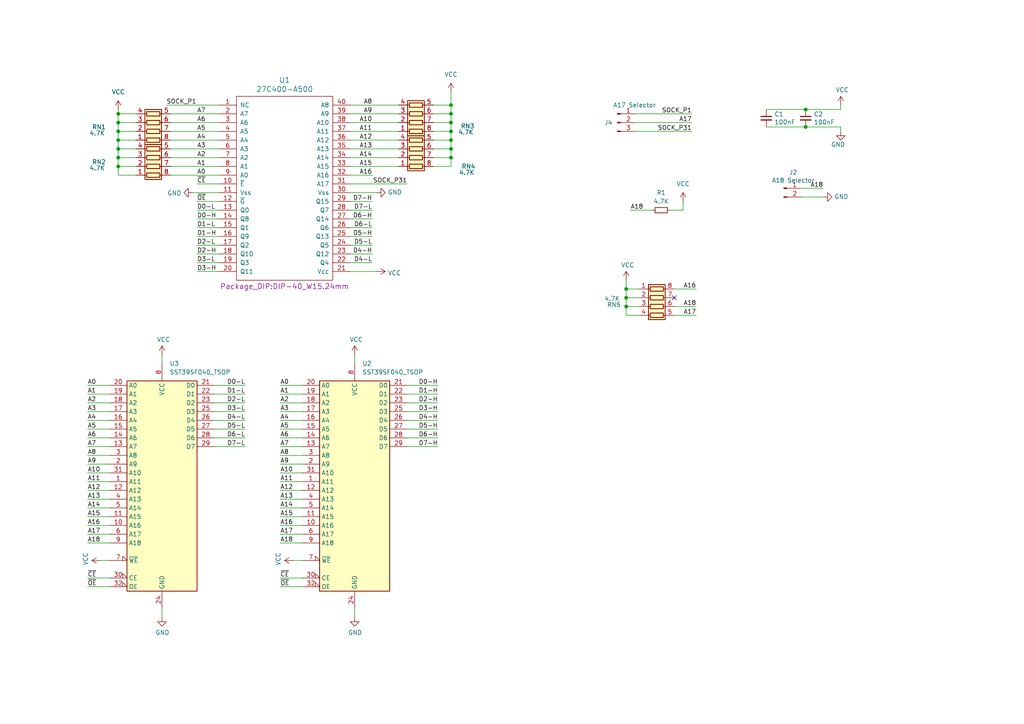
<source format=kicad_sch>
(kicad_sch
	(version 20231120)
	(generator "eeschema")
	(generator_version "8.0")
	(uuid "b675c4d4-ae7d-420d-accd-cb4b89a3d52b")
	(paper "A4")
	(title_block
		(title "A500r5 27C0x0 Adapter")
		(rev "4")
	)
	(lib_symbols
		(symbol "27c400-cache:27C400-A500"
			(pin_names
				(offset 1.016)
			)
			(exclude_from_sim no)
			(in_bom yes)
			(on_board yes)
			(property "Reference" "U"
				(at 0 0 0)
				(effects
					(font
						(size 1.524 1.524)
					)
				)
			)
			(property "Value" "27C400-A500"
				(at 0 -57.15 0)
				(effects
					(font
						(size 1.524 1.524)
					)
				)
			)
			(property "Footprint" ""
				(at 0 0 0)
				(effects
					(font
						(size 1.524 1.524)
					)
				)
			)
			(property "Datasheet" ""
				(at 0 0 0)
				(effects
					(font
						(size 1.524 1.524)
					)
				)
			)
			(property "Description" ""
				(at 0 0 0)
				(effects
					(font
						(size 1.27 1.27)
					)
					(hide yes)
				)
			)
			(symbol "27C400-A500_0_1"
				(rectangle
					(start -13.97 -1.27)
					(end 13.97 -54.61)
					(stroke
						(width 0)
						(type solid)
					)
					(fill
						(type none)
					)
				)
			)
			(symbol "27C400-A500_1_1"
				(pin passive line
					(at -19.05 -3.81 0)
					(length 5.08)
					(name "NC"
						(effects
							(font
								(size 1.27 1.27)
							)
						)
					)
					(number "1"
						(effects
							(font
								(size 1.27 1.27)
							)
						)
					)
				)
				(pin passive line
					(at -19.05 -26.67 0)
					(length 5.08)
					(name "~{E}"
						(effects
							(font
								(size 1.27 1.27)
							)
						)
					)
					(number "10"
						(effects
							(font
								(size 1.27 1.27)
							)
						)
					)
				)
				(pin passive line
					(at -19.05 -29.21 0)
					(length 5.08)
					(name "Vss"
						(effects
							(font
								(size 1.27 1.27)
							)
						)
					)
					(number "11"
						(effects
							(font
								(size 1.27 1.27)
							)
						)
					)
				)
				(pin passive line
					(at -19.05 -31.75 0)
					(length 5.08)
					(name "~{G}"
						(effects
							(font
								(size 1.27 1.27)
							)
						)
					)
					(number "12"
						(effects
							(font
								(size 1.27 1.27)
							)
						)
					)
				)
				(pin passive line
					(at -19.05 -34.29 0)
					(length 5.08)
					(name "Q0"
						(effects
							(font
								(size 1.27 1.27)
							)
						)
					)
					(number "13"
						(effects
							(font
								(size 1.27 1.27)
							)
						)
					)
				)
				(pin passive line
					(at -19.05 -36.83 0)
					(length 5.08)
					(name "Q8"
						(effects
							(font
								(size 1.27 1.27)
							)
						)
					)
					(number "14"
						(effects
							(font
								(size 1.27 1.27)
							)
						)
					)
				)
				(pin passive line
					(at -19.05 -39.37 0)
					(length 5.08)
					(name "Q1"
						(effects
							(font
								(size 1.27 1.27)
							)
						)
					)
					(number "15"
						(effects
							(font
								(size 1.27 1.27)
							)
						)
					)
				)
				(pin passive line
					(at -19.05 -41.91 0)
					(length 5.08)
					(name "Q9"
						(effects
							(font
								(size 1.27 1.27)
							)
						)
					)
					(number "16"
						(effects
							(font
								(size 1.27 1.27)
							)
						)
					)
				)
				(pin passive line
					(at -19.05 -44.45 0)
					(length 5.08)
					(name "Q2"
						(effects
							(font
								(size 1.27 1.27)
							)
						)
					)
					(number "17"
						(effects
							(font
								(size 1.27 1.27)
							)
						)
					)
				)
				(pin passive line
					(at -19.05 -46.99 0)
					(length 5.08)
					(name "Q10"
						(effects
							(font
								(size 1.27 1.27)
							)
						)
					)
					(number "18"
						(effects
							(font
								(size 1.27 1.27)
							)
						)
					)
				)
				(pin passive line
					(at -19.05 -49.53 0)
					(length 5.08)
					(name "Q3"
						(effects
							(font
								(size 1.27 1.27)
							)
						)
					)
					(number "19"
						(effects
							(font
								(size 1.27 1.27)
							)
						)
					)
				)
				(pin passive line
					(at -19.05 -6.35 0)
					(length 5.08)
					(name "A7"
						(effects
							(font
								(size 1.27 1.27)
							)
						)
					)
					(number "2"
						(effects
							(font
								(size 1.27 1.27)
							)
						)
					)
				)
				(pin passive line
					(at -19.05 -52.07 0)
					(length 5.08)
					(name "Q11"
						(effects
							(font
								(size 1.27 1.27)
							)
						)
					)
					(number "20"
						(effects
							(font
								(size 1.27 1.27)
							)
						)
					)
				)
				(pin passive line
					(at 19.05 -52.07 180)
					(length 5.08)
					(name "Vcc"
						(effects
							(font
								(size 1.27 1.27)
							)
						)
					)
					(number "21"
						(effects
							(font
								(size 1.27 1.27)
							)
						)
					)
				)
				(pin passive line
					(at 19.05 -49.53 180)
					(length 5.08)
					(name "Q4"
						(effects
							(font
								(size 1.27 1.27)
							)
						)
					)
					(number "22"
						(effects
							(font
								(size 1.27 1.27)
							)
						)
					)
				)
				(pin passive line
					(at 19.05 -46.99 180)
					(length 5.08)
					(name "Q12"
						(effects
							(font
								(size 1.27 1.27)
							)
						)
					)
					(number "23"
						(effects
							(font
								(size 1.27 1.27)
							)
						)
					)
				)
				(pin passive line
					(at 19.05 -44.45 180)
					(length 5.08)
					(name "Q5"
						(effects
							(font
								(size 1.27 1.27)
							)
						)
					)
					(number "24"
						(effects
							(font
								(size 1.27 1.27)
							)
						)
					)
				)
				(pin passive line
					(at 19.05 -41.91 180)
					(length 5.08)
					(name "Q13"
						(effects
							(font
								(size 1.27 1.27)
							)
						)
					)
					(number "25"
						(effects
							(font
								(size 1.27 1.27)
							)
						)
					)
				)
				(pin passive line
					(at 19.05 -39.37 180)
					(length 5.08)
					(name "Q6"
						(effects
							(font
								(size 1.27 1.27)
							)
						)
					)
					(number "26"
						(effects
							(font
								(size 1.27 1.27)
							)
						)
					)
				)
				(pin passive line
					(at 19.05 -36.83 180)
					(length 5.08)
					(name "Q14"
						(effects
							(font
								(size 1.27 1.27)
							)
						)
					)
					(number "27"
						(effects
							(font
								(size 1.27 1.27)
							)
						)
					)
				)
				(pin passive line
					(at 19.05 -34.29 180)
					(length 5.08)
					(name "Q7"
						(effects
							(font
								(size 1.27 1.27)
							)
						)
					)
					(number "28"
						(effects
							(font
								(size 1.27 1.27)
							)
						)
					)
				)
				(pin passive line
					(at 19.05 -31.75 180)
					(length 5.08)
					(name "Q15"
						(effects
							(font
								(size 1.27 1.27)
							)
						)
					)
					(number "29"
						(effects
							(font
								(size 1.27 1.27)
							)
						)
					)
				)
				(pin passive line
					(at -19.05 -8.89 0)
					(length 5.08)
					(name "A6"
						(effects
							(font
								(size 1.27 1.27)
							)
						)
					)
					(number "3"
						(effects
							(font
								(size 1.27 1.27)
							)
						)
					)
				)
				(pin passive line
					(at 19.05 -29.21 180)
					(length 5.08)
					(name "Vss"
						(effects
							(font
								(size 1.27 1.27)
							)
						)
					)
					(number "30"
						(effects
							(font
								(size 1.27 1.27)
							)
						)
					)
				)
				(pin passive line
					(at 19.05 -26.67 180)
					(length 5.08)
					(name "A17"
						(effects
							(font
								(size 1.27 1.27)
							)
						)
					)
					(number "31"
						(effects
							(font
								(size 1.27 1.27)
							)
						)
					)
				)
				(pin passive line
					(at 19.05 -24.13 180)
					(length 5.08)
					(name "A16"
						(effects
							(font
								(size 1.27 1.27)
							)
						)
					)
					(number "32"
						(effects
							(font
								(size 1.27 1.27)
							)
						)
					)
				)
				(pin passive line
					(at 19.05 -21.59 180)
					(length 5.08)
					(name "A15"
						(effects
							(font
								(size 1.27 1.27)
							)
						)
					)
					(number "33"
						(effects
							(font
								(size 1.27 1.27)
							)
						)
					)
				)
				(pin passive line
					(at 19.05 -19.05 180)
					(length 5.08)
					(name "A14"
						(effects
							(font
								(size 1.27 1.27)
							)
						)
					)
					(number "34"
						(effects
							(font
								(size 1.27 1.27)
							)
						)
					)
				)
				(pin passive line
					(at 19.05 -16.51 180)
					(length 5.08)
					(name "A13"
						(effects
							(font
								(size 1.27 1.27)
							)
						)
					)
					(number "35"
						(effects
							(font
								(size 1.27 1.27)
							)
						)
					)
				)
				(pin passive line
					(at 19.05 -13.97 180)
					(length 5.08)
					(name "A12"
						(effects
							(font
								(size 1.27 1.27)
							)
						)
					)
					(number "36"
						(effects
							(font
								(size 1.27 1.27)
							)
						)
					)
				)
				(pin passive line
					(at 19.05 -11.43 180)
					(length 5.08)
					(name "A11"
						(effects
							(font
								(size 1.27 1.27)
							)
						)
					)
					(number "37"
						(effects
							(font
								(size 1.27 1.27)
							)
						)
					)
				)
				(pin passive line
					(at 19.05 -8.89 180)
					(length 5.08)
					(name "A10"
						(effects
							(font
								(size 1.27 1.27)
							)
						)
					)
					(number "38"
						(effects
							(font
								(size 1.27 1.27)
							)
						)
					)
				)
				(pin passive line
					(at 19.05 -6.35 180)
					(length 5.08)
					(name "A9"
						(effects
							(font
								(size 1.27 1.27)
							)
						)
					)
					(number "39"
						(effects
							(font
								(size 1.27 1.27)
							)
						)
					)
				)
				(pin passive line
					(at -19.05 -11.43 0)
					(length 5.08)
					(name "A5"
						(effects
							(font
								(size 1.27 1.27)
							)
						)
					)
					(number "4"
						(effects
							(font
								(size 1.27 1.27)
							)
						)
					)
				)
				(pin passive line
					(at 19.05 -3.81 180)
					(length 5.08)
					(name "A8"
						(effects
							(font
								(size 1.27 1.27)
							)
						)
					)
					(number "40"
						(effects
							(font
								(size 1.27 1.27)
							)
						)
					)
				)
				(pin passive line
					(at -19.05 -13.97 0)
					(length 5.08)
					(name "A4"
						(effects
							(font
								(size 1.27 1.27)
							)
						)
					)
					(number "5"
						(effects
							(font
								(size 1.27 1.27)
							)
						)
					)
				)
				(pin passive line
					(at -19.05 -16.51 0)
					(length 5.08)
					(name "A3"
						(effects
							(font
								(size 1.27 1.27)
							)
						)
					)
					(number "6"
						(effects
							(font
								(size 1.27 1.27)
							)
						)
					)
				)
				(pin passive line
					(at -19.05 -19.05 0)
					(length 5.08)
					(name "A2"
						(effects
							(font
								(size 1.27 1.27)
							)
						)
					)
					(number "7"
						(effects
							(font
								(size 1.27 1.27)
							)
						)
					)
				)
				(pin passive line
					(at -19.05 -21.59 0)
					(length 5.08)
					(name "A1"
						(effects
							(font
								(size 1.27 1.27)
							)
						)
					)
					(number "8"
						(effects
							(font
								(size 1.27 1.27)
							)
						)
					)
				)
				(pin passive line
					(at -19.05 -24.13 0)
					(length 5.08)
					(name "A0"
						(effects
							(font
								(size 1.27 1.27)
							)
						)
					)
					(number "9"
						(effects
							(font
								(size 1.27 1.27)
							)
						)
					)
				)
			)
		)
		(symbol "A500r5_eprom_adapter-plcc32-invert-rescue:Conn_01x02_Male-Connector"
			(pin_names
				(offset 1.016) hide)
			(exclude_from_sim no)
			(in_bom yes)
			(on_board yes)
			(property "Reference" "J"
				(at 0 2.54 0)
				(effects
					(font
						(size 1.27 1.27)
					)
				)
			)
			(property "Value" "Connector_Conn_01x02_Male"
				(at 0 -5.08 0)
				(effects
					(font
						(size 1.27 1.27)
					)
				)
			)
			(property "Footprint" ""
				(at 0 0 0)
				(effects
					(font
						(size 1.27 1.27)
					)
					(hide yes)
				)
			)
			(property "Datasheet" ""
				(at 0 0 0)
				(effects
					(font
						(size 1.27 1.27)
					)
					(hide yes)
				)
			)
			(property "Description" ""
				(at 0 0 0)
				(effects
					(font
						(size 1.27 1.27)
					)
					(hide yes)
				)
			)
			(property "ki_fp_filters" "Connector*:*_1x??_*"
				(at 0 0 0)
				(effects
					(font
						(size 1.27 1.27)
					)
					(hide yes)
				)
			)
			(symbol "Conn_01x02_Male-Connector_1_1"
				(polyline
					(pts
						(xy 1.27 -2.54) (xy 0.8636 -2.54)
					)
					(stroke
						(width 0.1524)
						(type solid)
					)
					(fill
						(type none)
					)
				)
				(polyline
					(pts
						(xy 1.27 0) (xy 0.8636 0)
					)
					(stroke
						(width 0.1524)
						(type solid)
					)
					(fill
						(type none)
					)
				)
				(rectangle
					(start 0.8636 -2.413)
					(end 0 -2.667)
					(stroke
						(width 0.1524)
						(type solid)
					)
					(fill
						(type outline)
					)
				)
				(rectangle
					(start 0.8636 0.127)
					(end 0 -0.127)
					(stroke
						(width 0.1524)
						(type solid)
					)
					(fill
						(type outline)
					)
				)
				(pin passive line
					(at 5.08 0 180)
					(length 3.81)
					(name "Pin_1"
						(effects
							(font
								(size 1.27 1.27)
							)
						)
					)
					(number "1"
						(effects
							(font
								(size 1.27 1.27)
							)
						)
					)
				)
				(pin passive line
					(at 5.08 -2.54 180)
					(length 3.81)
					(name "Pin_2"
						(effects
							(font
								(size 1.27 1.27)
							)
						)
					)
					(number "2"
						(effects
							(font
								(size 1.27 1.27)
							)
						)
					)
				)
			)
		)
		(symbol "A500r5_eprom_adapter-plcc32-invert-rescue:Conn_01x03_Male-Connector"
			(pin_names
				(offset 1.016) hide)
			(exclude_from_sim no)
			(in_bom yes)
			(on_board yes)
			(property "Reference" "J"
				(at 0 5.08 0)
				(effects
					(font
						(size 1.27 1.27)
					)
				)
			)
			(property "Value" "Connector_Conn_01x03_Male"
				(at 0 -5.08 0)
				(effects
					(font
						(size 1.27 1.27)
					)
				)
			)
			(property "Footprint" ""
				(at 0 0 0)
				(effects
					(font
						(size 1.27 1.27)
					)
					(hide yes)
				)
			)
			(property "Datasheet" ""
				(at 0 0 0)
				(effects
					(font
						(size 1.27 1.27)
					)
					(hide yes)
				)
			)
			(property "Description" ""
				(at 0 0 0)
				(effects
					(font
						(size 1.27 1.27)
					)
					(hide yes)
				)
			)
			(property "ki_fp_filters" "Connector*:*_1x??_*"
				(at 0 0 0)
				(effects
					(font
						(size 1.27 1.27)
					)
					(hide yes)
				)
			)
			(symbol "Conn_01x03_Male-Connector_1_1"
				(polyline
					(pts
						(xy 1.27 -2.54) (xy 0.8636 -2.54)
					)
					(stroke
						(width 0.1524)
						(type solid)
					)
					(fill
						(type none)
					)
				)
				(polyline
					(pts
						(xy 1.27 0) (xy 0.8636 0)
					)
					(stroke
						(width 0.1524)
						(type solid)
					)
					(fill
						(type none)
					)
				)
				(polyline
					(pts
						(xy 1.27 2.54) (xy 0.8636 2.54)
					)
					(stroke
						(width 0.1524)
						(type solid)
					)
					(fill
						(type none)
					)
				)
				(rectangle
					(start 0.8636 -2.413)
					(end 0 -2.667)
					(stroke
						(width 0.1524)
						(type solid)
					)
					(fill
						(type outline)
					)
				)
				(rectangle
					(start 0.8636 0.127)
					(end 0 -0.127)
					(stroke
						(width 0.1524)
						(type solid)
					)
					(fill
						(type outline)
					)
				)
				(rectangle
					(start 0.8636 2.667)
					(end 0 2.413)
					(stroke
						(width 0.1524)
						(type solid)
					)
					(fill
						(type outline)
					)
				)
				(pin passive line
					(at 5.08 2.54 180)
					(length 3.81)
					(name "Pin_1"
						(effects
							(font
								(size 1.27 1.27)
							)
						)
					)
					(number "1"
						(effects
							(font
								(size 1.27 1.27)
							)
						)
					)
				)
				(pin passive line
					(at 5.08 0 180)
					(length 3.81)
					(name "Pin_2"
						(effects
							(font
								(size 1.27 1.27)
							)
						)
					)
					(number "2"
						(effects
							(font
								(size 1.27 1.27)
							)
						)
					)
				)
				(pin passive line
					(at 5.08 -2.54 180)
					(length 3.81)
					(name "Pin_3"
						(effects
							(font
								(size 1.27 1.27)
							)
						)
					)
					(number "3"
						(effects
							(font
								(size 1.27 1.27)
							)
						)
					)
				)
			)
		)
		(symbol "A500r5_eprom_adapter-plcc32-invert-rescue:GND-power"
			(power)
			(pin_names
				(offset 0)
			)
			(exclude_from_sim no)
			(in_bom yes)
			(on_board yes)
			(property "Reference" "#PWR"
				(at 0 -6.35 0)
				(effects
					(font
						(size 1.27 1.27)
					)
					(hide yes)
				)
			)
			(property "Value" "power_GND"
				(at 0 -3.81 0)
				(effects
					(font
						(size 1.27 1.27)
					)
				)
			)
			(property "Footprint" ""
				(at 0 0 0)
				(effects
					(font
						(size 1.27 1.27)
					)
					(hide yes)
				)
			)
			(property "Datasheet" ""
				(at 0 0 0)
				(effects
					(font
						(size 1.27 1.27)
					)
					(hide yes)
				)
			)
			(property "Description" ""
				(at 0 0 0)
				(effects
					(font
						(size 1.27 1.27)
					)
					(hide yes)
				)
			)
			(symbol "GND-power_0_1"
				(polyline
					(pts
						(xy 0 0) (xy 0 -1.27) (xy 1.27 -1.27) (xy 0 -2.54) (xy -1.27 -1.27) (xy 0 -1.27)
					)
					(stroke
						(width 0)
						(type solid)
					)
					(fill
						(type none)
					)
				)
			)
			(symbol "GND-power_1_1"
				(pin power_in line
					(at 0 0 270)
					(length 0) hide
					(name "GND"
						(effects
							(font
								(size 1.27 1.27)
							)
						)
					)
					(number "1"
						(effects
							(font
								(size 1.27 1.27)
							)
						)
					)
				)
			)
		)
		(symbol "A500r5_eprom_adapter-plcc32-invert-rescue:VCC-power"
			(power)
			(pin_names
				(offset 0)
			)
			(exclude_from_sim no)
			(in_bom yes)
			(on_board yes)
			(property "Reference" "#PWR"
				(at 0 -3.81 0)
				(effects
					(font
						(size 1.27 1.27)
					)
					(hide yes)
				)
			)
			(property "Value" "power_VCC"
				(at 0 3.81 0)
				(effects
					(font
						(size 1.27 1.27)
					)
				)
			)
			(property "Footprint" ""
				(at 0 0 0)
				(effects
					(font
						(size 1.27 1.27)
					)
					(hide yes)
				)
			)
			(property "Datasheet" ""
				(at 0 0 0)
				(effects
					(font
						(size 1.27 1.27)
					)
					(hide yes)
				)
			)
			(property "Description" ""
				(at 0 0 0)
				(effects
					(font
						(size 1.27 1.27)
					)
					(hide yes)
				)
			)
			(symbol "VCC-power_0_1"
				(polyline
					(pts
						(xy -0.762 1.27) (xy 0 2.54)
					)
					(stroke
						(width 0)
						(type solid)
					)
					(fill
						(type none)
					)
				)
				(polyline
					(pts
						(xy 0 0) (xy 0 2.54)
					)
					(stroke
						(width 0)
						(type solid)
					)
					(fill
						(type none)
					)
				)
				(polyline
					(pts
						(xy 0 2.54) (xy 0.762 1.27)
					)
					(stroke
						(width 0)
						(type solid)
					)
					(fill
						(type none)
					)
				)
			)
			(symbol "VCC-power_1_1"
				(pin power_in line
					(at 0 0 90)
					(length 0) hide
					(name "VCC"
						(effects
							(font
								(size 1.27 1.27)
							)
						)
					)
					(number "1"
						(effects
							(font
								(size 1.27 1.27)
							)
						)
					)
				)
			)
		)
		(symbol "Custom_Symbols:SST39SF040_TSOP"
			(exclude_from_sim no)
			(in_bom yes)
			(on_board yes)
			(property "Reference" "U"
				(at 2.54 33.02 0)
				(effects
					(font
						(size 1.27 1.27)
					)
				)
			)
			(property "Value" "SST39SF040_TSOP"
				(at 0 -30.48 0)
				(effects
					(font
						(size 1.27 1.27)
					)
				)
			)
			(property "Footprint" "Package_SO:TSOP-I-32_14.4x8mm_P0.5mm"
				(at -17.78 49.53 0)
				(effects
					(font
						(size 1.27 1.27)
					)
					(hide yes)
				)
			)
			(property "Datasheet" "http://ww1.microchip.com/downloads/en/DeviceDoc/25022B.pdf"
				(at -11.176 53.34 0)
				(effects
					(font
						(size 1.27 1.27)
					)
					(hide yes)
				)
			)
			(property "Description" "Silicon Storage Technology (SSF) 512k x 8 Flash ROM"
				(at -20.574 47.752 0)
				(effects
					(font
						(size 1.27 1.27)
					)
					(hide yes)
				)
			)
			(property "ki_keywords" "512k flash rom"
				(at 0 0 0)
				(effects
					(font
						(size 1.27 1.27)
					)
					(hide yes)
				)
			)
			(symbol "SST39SF040_TSOP_0_1"
				(rectangle
					(start -10.16 31.75)
					(end 10.16 -29.21)
					(stroke
						(width 0.254)
						(type default)
					)
					(fill
						(type background)
					)
				)
			)
			(symbol "SST39SF040_TSOP_1_0"
				(pin power_in line
					(at 0 -34.29 90)
					(length 5.08)
					(name "GND"
						(effects
							(font
								(size 1.27 1.27)
							)
						)
					)
					(number "24"
						(effects
							(font
								(size 1.27 1.27)
							)
						)
					)
				)
				(pin power_in line
					(at 0 36.83 270)
					(length 5.08)
					(name "VCC"
						(effects
							(font
								(size 1.27 1.27)
							)
						)
					)
					(number "8"
						(effects
							(font
								(size 1.27 1.27)
							)
						)
					)
				)
			)
			(symbol "SST39SF040_TSOP_1_1"
				(pin input line
					(at -15.24 2.54 0)
					(length 5.08)
					(name "A11"
						(effects
							(font
								(size 1.27 1.27)
							)
						)
					)
					(number "1"
						(effects
							(font
								(size 1.27 1.27)
							)
						)
					)
				)
				(pin input line
					(at -15.24 -10.16 0)
					(length 5.08)
					(name "A16"
						(effects
							(font
								(size 1.27 1.27)
							)
						)
					)
					(number "10"
						(effects
							(font
								(size 1.27 1.27)
							)
						)
					)
				)
				(pin input line
					(at -15.24 -7.62 0)
					(length 5.08)
					(name "A15"
						(effects
							(font
								(size 1.27 1.27)
							)
						)
					)
					(number "11"
						(effects
							(font
								(size 1.27 1.27)
							)
						)
					)
				)
				(pin input line
					(at -15.24 0 0)
					(length 5.08)
					(name "A12"
						(effects
							(font
								(size 1.27 1.27)
							)
						)
					)
					(number "12"
						(effects
							(font
								(size 1.27 1.27)
							)
						)
					)
				)
				(pin input line
					(at -15.24 12.7 0)
					(length 5.08)
					(name "A7"
						(effects
							(font
								(size 1.27 1.27)
							)
						)
					)
					(number "13"
						(effects
							(font
								(size 1.27 1.27)
							)
						)
					)
				)
				(pin input line
					(at -15.24 15.24 0)
					(length 5.08)
					(name "A6"
						(effects
							(font
								(size 1.27 1.27)
							)
						)
					)
					(number "14"
						(effects
							(font
								(size 1.27 1.27)
							)
						)
					)
				)
				(pin input line
					(at -15.24 17.78 0)
					(length 5.08)
					(name "A5"
						(effects
							(font
								(size 1.27 1.27)
							)
						)
					)
					(number "15"
						(effects
							(font
								(size 1.27 1.27)
							)
						)
					)
				)
				(pin input line
					(at -15.24 20.32 0)
					(length 5.08)
					(name "A4"
						(effects
							(font
								(size 1.27 1.27)
							)
						)
					)
					(number "16"
						(effects
							(font
								(size 1.27 1.27)
							)
						)
					)
				)
				(pin input line
					(at -15.24 22.86 0)
					(length 5.08)
					(name "A3"
						(effects
							(font
								(size 1.27 1.27)
							)
						)
					)
					(number "17"
						(effects
							(font
								(size 1.27 1.27)
							)
						)
					)
				)
				(pin input line
					(at -15.24 25.4 0)
					(length 5.08)
					(name "A2"
						(effects
							(font
								(size 1.27 1.27)
							)
						)
					)
					(number "18"
						(effects
							(font
								(size 1.27 1.27)
							)
						)
					)
				)
				(pin input line
					(at -15.24 27.94 0)
					(length 5.08)
					(name "A1"
						(effects
							(font
								(size 1.27 1.27)
							)
						)
					)
					(number "19"
						(effects
							(font
								(size 1.27 1.27)
							)
						)
					)
				)
				(pin input line
					(at -15.24 7.62 0)
					(length 5.08)
					(name "A9"
						(effects
							(font
								(size 1.27 1.27)
							)
						)
					)
					(number "2"
						(effects
							(font
								(size 1.27 1.27)
							)
						)
					)
				)
				(pin input line
					(at -15.24 30.48 0)
					(length 5.08)
					(name "A0"
						(effects
							(font
								(size 1.27 1.27)
							)
						)
					)
					(number "20"
						(effects
							(font
								(size 1.27 1.27)
							)
						)
					)
				)
				(pin tri_state line
					(at 15.24 30.48 180)
					(length 5.08)
					(name "D0"
						(effects
							(font
								(size 1.27 1.27)
							)
						)
					)
					(number "21"
						(effects
							(font
								(size 1.27 1.27)
							)
						)
					)
				)
				(pin tri_state line
					(at 15.24 27.94 180)
					(length 5.08)
					(name "D1"
						(effects
							(font
								(size 1.27 1.27)
							)
						)
					)
					(number "22"
						(effects
							(font
								(size 1.27 1.27)
							)
						)
					)
				)
				(pin tri_state line
					(at 15.24 25.4 180)
					(length 5.08)
					(name "D2"
						(effects
							(font
								(size 1.27 1.27)
							)
						)
					)
					(number "23"
						(effects
							(font
								(size 1.27 1.27)
							)
						)
					)
				)
				(pin tri_state line
					(at 15.24 22.86 180)
					(length 5.08)
					(name "D3"
						(effects
							(font
								(size 1.27 1.27)
							)
						)
					)
					(number "25"
						(effects
							(font
								(size 1.27 1.27)
							)
						)
					)
				)
				(pin tri_state line
					(at 15.24 20.32 180)
					(length 5.08)
					(name "D4"
						(effects
							(font
								(size 1.27 1.27)
							)
						)
					)
					(number "26"
						(effects
							(font
								(size 1.27 1.27)
							)
						)
					)
				)
				(pin tri_state line
					(at 15.24 17.78 180)
					(length 5.08)
					(name "D5"
						(effects
							(font
								(size 1.27 1.27)
							)
						)
					)
					(number "27"
						(effects
							(font
								(size 1.27 1.27)
							)
						)
					)
				)
				(pin tri_state line
					(at 15.24 15.24 180)
					(length 5.08)
					(name "D6"
						(effects
							(font
								(size 1.27 1.27)
							)
						)
					)
					(number "28"
						(effects
							(font
								(size 1.27 1.27)
							)
						)
					)
				)
				(pin tri_state line
					(at 15.24 12.7 180)
					(length 5.08)
					(name "D7"
						(effects
							(font
								(size 1.27 1.27)
							)
						)
					)
					(number "29"
						(effects
							(font
								(size 1.27 1.27)
							)
						)
					)
				)
				(pin input line
					(at -15.24 10.16 0)
					(length 5.08)
					(name "A8"
						(effects
							(font
								(size 1.27 1.27)
							)
						)
					)
					(number "3"
						(effects
							(font
								(size 1.27 1.27)
							)
						)
					)
				)
				(pin input input_low
					(at -15.24 -25.4 0)
					(length 5.08)
					(name "CE"
						(effects
							(font
								(size 1.27 1.27)
							)
						)
					)
					(number "30"
						(effects
							(font
								(size 1.27 1.27)
							)
						)
					)
				)
				(pin input line
					(at -15.24 5.08 0)
					(length 5.08)
					(name "A10"
						(effects
							(font
								(size 1.27 1.27)
							)
						)
					)
					(number "31"
						(effects
							(font
								(size 1.27 1.27)
							)
						)
					)
				)
				(pin input input_low
					(at -15.24 -27.94 0)
					(length 5.08)
					(name "OE"
						(effects
							(font
								(size 1.27 1.27)
							)
						)
					)
					(number "32"
						(effects
							(font
								(size 1.27 1.27)
							)
						)
					)
				)
				(pin input line
					(at -15.24 -2.54 0)
					(length 5.08)
					(name "A13"
						(effects
							(font
								(size 1.27 1.27)
							)
						)
					)
					(number "4"
						(effects
							(font
								(size 1.27 1.27)
							)
						)
					)
				)
				(pin input line
					(at -15.24 -5.08 0)
					(length 5.08)
					(name "A14"
						(effects
							(font
								(size 1.27 1.27)
							)
						)
					)
					(number "5"
						(effects
							(font
								(size 1.27 1.27)
							)
						)
					)
				)
				(pin input line
					(at -15.24 -12.7 0)
					(length 5.08)
					(name "A17"
						(effects
							(font
								(size 1.27 1.27)
							)
						)
					)
					(number "6"
						(effects
							(font
								(size 1.27 1.27)
							)
						)
					)
				)
				(pin input input_low
					(at -15.24 -20.32 0)
					(length 5.08)
					(name "~{WE}"
						(effects
							(font
								(size 1.27 1.27)
							)
						)
					)
					(number "7"
						(effects
							(font
								(size 1.27 1.27)
							)
						)
					)
				)
				(pin input line
					(at -15.24 -15.24 0)
					(length 5.08)
					(name "A18"
						(effects
							(font
								(size 1.27 1.27)
							)
						)
					)
					(number "9"
						(effects
							(font
								(size 1.27 1.27)
							)
						)
					)
				)
			)
		)
		(symbol "Device:C_Small"
			(pin_numbers hide)
			(pin_names
				(offset 0.254) hide)
			(exclude_from_sim no)
			(in_bom yes)
			(on_board yes)
			(property "Reference" "C"
				(at 0.254 1.778 0)
				(effects
					(font
						(size 1.27 1.27)
					)
					(justify left)
				)
			)
			(property "Value" "C_Small"
				(at 0.254 -2.032 0)
				(effects
					(font
						(size 1.27 1.27)
					)
					(justify left)
				)
			)
			(property "Footprint" ""
				(at 0 0 0)
				(effects
					(font
						(size 1.27 1.27)
					)
					(hide yes)
				)
			)
			(property "Datasheet" "~"
				(at 0 0 0)
				(effects
					(font
						(size 1.27 1.27)
					)
					(hide yes)
				)
			)
			(property "Description" "Unpolarized capacitor, small symbol"
				(at 0 0 0)
				(effects
					(font
						(size 1.27 1.27)
					)
					(hide yes)
				)
			)
			(property "ki_keywords" "capacitor cap"
				(at 0 0 0)
				(effects
					(font
						(size 1.27 1.27)
					)
					(hide yes)
				)
			)
			(property "ki_fp_filters" "C_*"
				(at 0 0 0)
				(effects
					(font
						(size 1.27 1.27)
					)
					(hide yes)
				)
			)
			(symbol "C_Small_0_1"
				(polyline
					(pts
						(xy -1.524 -0.508) (xy 1.524 -0.508)
					)
					(stroke
						(width 0.3302)
						(type default)
					)
					(fill
						(type none)
					)
				)
				(polyline
					(pts
						(xy -1.524 0.508) (xy 1.524 0.508)
					)
					(stroke
						(width 0.3048)
						(type default)
					)
					(fill
						(type none)
					)
				)
			)
			(symbol "C_Small_1_1"
				(pin passive line
					(at 0 2.54 270)
					(length 2.032)
					(name "~"
						(effects
							(font
								(size 1.27 1.27)
							)
						)
					)
					(number "1"
						(effects
							(font
								(size 1.27 1.27)
							)
						)
					)
				)
				(pin passive line
					(at 0 -2.54 90)
					(length 2.032)
					(name "~"
						(effects
							(font
								(size 1.27 1.27)
							)
						)
					)
					(number "2"
						(effects
							(font
								(size 1.27 1.27)
							)
						)
					)
				)
			)
		)
		(symbol "Device:R_Pack04"
			(pin_names
				(offset 0) hide)
			(exclude_from_sim no)
			(in_bom yes)
			(on_board yes)
			(property "Reference" "RN"
				(at -7.62 0 90)
				(effects
					(font
						(size 1.27 1.27)
					)
				)
			)
			(property "Value" "R_Pack04"
				(at 5.08 0 90)
				(effects
					(font
						(size 1.27 1.27)
					)
				)
			)
			(property "Footprint" ""
				(at 6.985 0 90)
				(effects
					(font
						(size 1.27 1.27)
					)
					(hide yes)
				)
			)
			(property "Datasheet" "~"
				(at 0 0 0)
				(effects
					(font
						(size 1.27 1.27)
					)
					(hide yes)
				)
			)
			(property "Description" "4 resistor network, parallel topology"
				(at 0 0 0)
				(effects
					(font
						(size 1.27 1.27)
					)
					(hide yes)
				)
			)
			(property "ki_keywords" "R network parallel topology isolated"
				(at 0 0 0)
				(effects
					(font
						(size 1.27 1.27)
					)
					(hide yes)
				)
			)
			(property "ki_fp_filters" "DIP* SOIC* R*Array*Concave* R*Array*Convex* MSOP*"
				(at 0 0 0)
				(effects
					(font
						(size 1.27 1.27)
					)
					(hide yes)
				)
			)
			(symbol "R_Pack04_0_1"
				(rectangle
					(start -6.35 -2.413)
					(end 3.81 2.413)
					(stroke
						(width 0.254)
						(type default)
					)
					(fill
						(type background)
					)
				)
				(rectangle
					(start -5.715 1.905)
					(end -4.445 -1.905)
					(stroke
						(width 0.254)
						(type default)
					)
					(fill
						(type none)
					)
				)
				(rectangle
					(start -3.175 1.905)
					(end -1.905 -1.905)
					(stroke
						(width 0.254)
						(type default)
					)
					(fill
						(type none)
					)
				)
				(rectangle
					(start -0.635 1.905)
					(end 0.635 -1.905)
					(stroke
						(width 0.254)
						(type default)
					)
					(fill
						(type none)
					)
				)
				(polyline
					(pts
						(xy -5.08 -2.54) (xy -5.08 -1.905)
					)
					(stroke
						(width 0)
						(type default)
					)
					(fill
						(type none)
					)
				)
				(polyline
					(pts
						(xy -5.08 1.905) (xy -5.08 2.54)
					)
					(stroke
						(width 0)
						(type default)
					)
					(fill
						(type none)
					)
				)
				(polyline
					(pts
						(xy -2.54 -2.54) (xy -2.54 -1.905)
					)
					(stroke
						(width 0)
						(type default)
					)
					(fill
						(type none)
					)
				)
				(polyline
					(pts
						(xy -2.54 1.905) (xy -2.54 2.54)
					)
					(stroke
						(width 0)
						(type default)
					)
					(fill
						(type none)
					)
				)
				(polyline
					(pts
						(xy 0 -2.54) (xy 0 -1.905)
					)
					(stroke
						(width 0)
						(type default)
					)
					(fill
						(type none)
					)
				)
				(polyline
					(pts
						(xy 0 1.905) (xy 0 2.54)
					)
					(stroke
						(width 0)
						(type default)
					)
					(fill
						(type none)
					)
				)
				(polyline
					(pts
						(xy 2.54 -2.54) (xy 2.54 -1.905)
					)
					(stroke
						(width 0)
						(type default)
					)
					(fill
						(type none)
					)
				)
				(polyline
					(pts
						(xy 2.54 1.905) (xy 2.54 2.54)
					)
					(stroke
						(width 0)
						(type default)
					)
					(fill
						(type none)
					)
				)
				(rectangle
					(start 1.905 1.905)
					(end 3.175 -1.905)
					(stroke
						(width 0.254)
						(type default)
					)
					(fill
						(type none)
					)
				)
			)
			(symbol "R_Pack04_1_1"
				(pin passive line
					(at -5.08 -5.08 90)
					(length 2.54)
					(name "R1.1"
						(effects
							(font
								(size 1.27 1.27)
							)
						)
					)
					(number "1"
						(effects
							(font
								(size 1.27 1.27)
							)
						)
					)
				)
				(pin passive line
					(at -2.54 -5.08 90)
					(length 2.54)
					(name "R2.1"
						(effects
							(font
								(size 1.27 1.27)
							)
						)
					)
					(number "2"
						(effects
							(font
								(size 1.27 1.27)
							)
						)
					)
				)
				(pin passive line
					(at 0 -5.08 90)
					(length 2.54)
					(name "R3.1"
						(effects
							(font
								(size 1.27 1.27)
							)
						)
					)
					(number "3"
						(effects
							(font
								(size 1.27 1.27)
							)
						)
					)
				)
				(pin passive line
					(at 2.54 -5.08 90)
					(length 2.54)
					(name "R4.1"
						(effects
							(font
								(size 1.27 1.27)
							)
						)
					)
					(number "4"
						(effects
							(font
								(size 1.27 1.27)
							)
						)
					)
				)
				(pin passive line
					(at 2.54 5.08 270)
					(length 2.54)
					(name "R4.2"
						(effects
							(font
								(size 1.27 1.27)
							)
						)
					)
					(number "5"
						(effects
							(font
								(size 1.27 1.27)
							)
						)
					)
				)
				(pin passive line
					(at 0 5.08 270)
					(length 2.54)
					(name "R3.2"
						(effects
							(font
								(size 1.27 1.27)
							)
						)
					)
					(number "6"
						(effects
							(font
								(size 1.27 1.27)
							)
						)
					)
				)
				(pin passive line
					(at -2.54 5.08 270)
					(length 2.54)
					(name "R2.2"
						(effects
							(font
								(size 1.27 1.27)
							)
						)
					)
					(number "7"
						(effects
							(font
								(size 1.27 1.27)
							)
						)
					)
				)
				(pin passive line
					(at -5.08 5.08 270)
					(length 2.54)
					(name "R1.2"
						(effects
							(font
								(size 1.27 1.27)
							)
						)
					)
					(number "8"
						(effects
							(font
								(size 1.27 1.27)
							)
						)
					)
				)
			)
		)
		(symbol "Device:R_Small"
			(pin_numbers hide)
			(pin_names
				(offset 0.254) hide)
			(exclude_from_sim no)
			(in_bom yes)
			(on_board yes)
			(property "Reference" "R"
				(at 0.762 0.508 0)
				(effects
					(font
						(size 1.27 1.27)
					)
					(justify left)
				)
			)
			(property "Value" "R_Small"
				(at 0.762 -1.016 0)
				(effects
					(font
						(size 1.27 1.27)
					)
					(justify left)
				)
			)
			(property "Footprint" ""
				(at 0 0 0)
				(effects
					(font
						(size 1.27 1.27)
					)
					(hide yes)
				)
			)
			(property "Datasheet" "~"
				(at 0 0 0)
				(effects
					(font
						(size 1.27 1.27)
					)
					(hide yes)
				)
			)
			(property "Description" "Resistor, small symbol"
				(at 0 0 0)
				(effects
					(font
						(size 1.27 1.27)
					)
					(hide yes)
				)
			)
			(property "ki_keywords" "R resistor"
				(at 0 0 0)
				(effects
					(font
						(size 1.27 1.27)
					)
					(hide yes)
				)
			)
			(property "ki_fp_filters" "R_*"
				(at 0 0 0)
				(effects
					(font
						(size 1.27 1.27)
					)
					(hide yes)
				)
			)
			(symbol "R_Small_0_1"
				(rectangle
					(start -0.762 1.778)
					(end 0.762 -1.778)
					(stroke
						(width 0.2032)
						(type default)
					)
					(fill
						(type none)
					)
				)
			)
			(symbol "R_Small_1_1"
				(pin passive line
					(at 0 2.54 270)
					(length 0.762)
					(name "~"
						(effects
							(font
								(size 1.27 1.27)
							)
						)
					)
					(number "1"
						(effects
							(font
								(size 1.27 1.27)
							)
						)
					)
				)
				(pin passive line
					(at 0 -2.54 90)
					(length 0.762)
					(name "~"
						(effects
							(font
								(size 1.27 1.27)
							)
						)
					)
					(number "2"
						(effects
							(font
								(size 1.27 1.27)
							)
						)
					)
				)
			)
		)
		(symbol "power:VCC"
			(power)
			(pin_numbers hide)
			(pin_names
				(offset 0) hide)
			(exclude_from_sim no)
			(in_bom yes)
			(on_board yes)
			(property "Reference" "#PWR"
				(at 0 -3.81 0)
				(effects
					(font
						(size 1.27 1.27)
					)
					(hide yes)
				)
			)
			(property "Value" "VCC"
				(at 0 3.556 0)
				(effects
					(font
						(size 1.27 1.27)
					)
				)
			)
			(property "Footprint" ""
				(at 0 0 0)
				(effects
					(font
						(size 1.27 1.27)
					)
					(hide yes)
				)
			)
			(property "Datasheet" ""
				(at 0 0 0)
				(effects
					(font
						(size 1.27 1.27)
					)
					(hide yes)
				)
			)
			(property "Description" "Power symbol creates a global label with name \"VCC\""
				(at 0 0 0)
				(effects
					(font
						(size 1.27 1.27)
					)
					(hide yes)
				)
			)
			(property "ki_keywords" "global power"
				(at 0 0 0)
				(effects
					(font
						(size 1.27 1.27)
					)
					(hide yes)
				)
			)
			(symbol "VCC_0_1"
				(polyline
					(pts
						(xy -0.762 1.27) (xy 0 2.54)
					)
					(stroke
						(width 0)
						(type default)
					)
					(fill
						(type none)
					)
				)
				(polyline
					(pts
						(xy 0 0) (xy 0 2.54)
					)
					(stroke
						(width 0)
						(type default)
					)
					(fill
						(type none)
					)
				)
				(polyline
					(pts
						(xy 0 2.54) (xy 0.762 1.27)
					)
					(stroke
						(width 0)
						(type default)
					)
					(fill
						(type none)
					)
				)
			)
			(symbol "VCC_1_1"
				(pin power_in line
					(at 0 0 90)
					(length 0)
					(name "~"
						(effects
							(font
								(size 1.27 1.27)
							)
						)
					)
					(number "1"
						(effects
							(font
								(size 1.27 1.27)
							)
						)
					)
				)
			)
		)
	)
	(junction
		(at 130.81 30.48)
		(diameter 0)
		(color 0 0 0 0)
		(uuid "066ff060-68ca-461e-a334-042287e98942")
	)
	(junction
		(at 34.29 45.72)
		(diameter 0)
		(color 0 0 0 0)
		(uuid "0b90380d-bab7-4959-8491-25e58eef1707")
	)
	(junction
		(at 233.68 31.75)
		(diameter 0)
		(color 0 0 0 0)
		(uuid "1372067d-3a76-4e65-ae52-878240fcc889")
	)
	(junction
		(at 181.61 88.9)
		(diameter 0)
		(color 0 0 0 0)
		(uuid "1fb49977-2d3e-4297-87d2-ff702b74d505")
	)
	(junction
		(at 34.29 33.02)
		(diameter 0)
		(color 0 0 0 0)
		(uuid "2f41a0e2-3db8-409b-8505-26b79217df25")
	)
	(junction
		(at 233.68 36.83)
		(diameter 0)
		(color 0 0 0 0)
		(uuid "354e3ca9-33cd-4e6b-8226-b3abd7fda63f")
	)
	(junction
		(at 130.81 35.56)
		(diameter 0)
		(color 0 0 0 0)
		(uuid "357fc1c7-8460-4710-a264-16e3caeb8b53")
	)
	(junction
		(at 130.81 45.72)
		(diameter 0)
		(color 0 0 0 0)
		(uuid "36be4bc8-1ed6-4ed2-832b-3810e098d539")
	)
	(junction
		(at 34.29 35.56)
		(diameter 0)
		(color 0 0 0 0)
		(uuid "404dc6b0-bd36-4eb7-b9ae-2c56c4bab36b")
	)
	(junction
		(at 130.81 43.18)
		(diameter 0)
		(color 0 0 0 0)
		(uuid "61eb0090-86a4-4bda-8cfe-3a426d91e074")
	)
	(junction
		(at 181.61 83.82)
		(diameter 0)
		(color 0 0 0 0)
		(uuid "8f724030-0a22-4f23-86d7-1b79a3bed9e8")
	)
	(junction
		(at 34.29 43.18)
		(diameter 0)
		(color 0 0 0 0)
		(uuid "9d507f36-20f5-4eb7-b30d-f7aa7f271147")
	)
	(junction
		(at 34.29 40.64)
		(diameter 0)
		(color 0 0 0 0)
		(uuid "c6147edd-1b61-4feb-9b1c-3020d6b65051")
	)
	(junction
		(at 130.81 40.64)
		(diameter 0)
		(color 0 0 0 0)
		(uuid "c9970a0b-4622-47e9-a1b5-2428c2042131")
	)
	(junction
		(at 34.29 38.1)
		(diameter 0)
		(color 0 0 0 0)
		(uuid "dc706ce4-2c45-4424-bf5b-bd47c67b2062")
	)
	(junction
		(at 130.81 33.02)
		(diameter 0)
		(color 0 0 0 0)
		(uuid "e1b9d4a8-1a06-44f3-a4b9-5744e86416f3")
	)
	(junction
		(at 130.81 38.1)
		(diameter 0)
		(color 0 0 0 0)
		(uuid "e45e565c-9557-46f9-9191-3edb876d1d7b")
	)
	(junction
		(at 34.29 48.26)
		(diameter 0)
		(color 0 0 0 0)
		(uuid "e9429509-49e3-4267-989d-8caa9e05b706")
	)
	(junction
		(at 181.61 86.36)
		(diameter 0)
		(color 0 0 0 0)
		(uuid "f6a1da49-461d-4fcd-a8b8-f847e5c1b345")
	)
	(no_connect
		(at 195.58 86.36)
		(uuid "4f1b34d4-9d03-4cfa-a634-afee732b3e80")
	)
	(wire
		(pts
			(xy 71.12 116.84) (xy 62.23 116.84)
		)
		(stroke
			(width 0)
			(type default)
		)
		(uuid "00ab2ec9-2a08-4c23-b536-ba0be23ff599")
	)
	(wire
		(pts
			(xy 130.81 40.64) (xy 130.81 43.18)
		)
		(stroke
			(width 0)
			(type default)
		)
		(uuid "01df35d3-fa77-40b8-be53-1798e7cbde65")
	)
	(wire
		(pts
			(xy 127 119.38) (xy 118.11 119.38)
		)
		(stroke
			(width 0)
			(type default)
		)
		(uuid "02193b5f-de59-40a5-a2d2-2b4922025f25")
	)
	(wire
		(pts
			(xy 181.61 88.9) (xy 181.61 91.44)
		)
		(stroke
			(width 0)
			(type default)
		)
		(uuid "036201d7-3f36-4caa-bd5e-fcbe4eb78f15")
	)
	(wire
		(pts
			(xy 130.81 45.72) (xy 130.81 48.26)
		)
		(stroke
			(width 0)
			(type default)
		)
		(uuid "0537fdd4-5503-4fc2-8415-5d606fd16ca7")
	)
	(wire
		(pts
			(xy 181.61 83.82) (xy 185.42 83.82)
		)
		(stroke
			(width 0)
			(type default)
		)
		(uuid "084f0556-14e4-457c-8f51-2d1cdd01b4d0")
	)
	(wire
		(pts
			(xy 107.95 66.04) (xy 101.6 66.04)
		)
		(stroke
			(width 0)
			(type default)
		)
		(uuid "0885902e-058d-4bba-95a4-d0d3129c00d3")
	)
	(wire
		(pts
			(xy 81.28 129.54) (xy 87.63 129.54)
		)
		(stroke
			(width 0)
			(type default)
		)
		(uuid "0a9d223c-686e-4b81-85b4-f8fdc561d8e8")
	)
	(wire
		(pts
			(xy 25.4 129.54) (xy 31.75 129.54)
		)
		(stroke
			(width 0)
			(type default)
		)
		(uuid "0be3c4f9-6beb-48c6-8d87-bc422637e18a")
	)
	(wire
		(pts
			(xy 25.4 142.24) (xy 31.75 142.24)
		)
		(stroke
			(width 0)
			(type default)
		)
		(uuid "0deef21a-ad58-45e6-8695-ce7a819f9845")
	)
	(wire
		(pts
			(xy 238.76 57.15) (xy 232.41 57.15)
		)
		(stroke
			(width 0)
			(type default)
		)
		(uuid "102ff747-e775-4bfc-8fe2-29172b95beab")
	)
	(wire
		(pts
			(xy 81.28 114.3) (xy 87.63 114.3)
		)
		(stroke
			(width 0)
			(type default)
		)
		(uuid "11e4dc82-a7b5-4449-b537-6023565ba052")
	)
	(wire
		(pts
			(xy 101.6 48.26) (xy 115.57 48.26)
		)
		(stroke
			(width 0)
			(type default)
		)
		(uuid "147d641f-40e8-4f01-af9b-49603ca0bf34")
	)
	(wire
		(pts
			(xy 107.95 68.58) (xy 101.6 68.58)
		)
		(stroke
			(width 0)
			(type default)
		)
		(uuid "18da198a-5ef0-4881-9f7f-b26236e6e11a")
	)
	(wire
		(pts
			(xy 81.28 167.64) (xy 87.63 167.64)
		)
		(stroke
			(width 0)
			(type default)
		)
		(uuid "19782c07-7dad-4f09-b0cc-36828156a110")
	)
	(wire
		(pts
			(xy 57.15 53.34) (xy 63.5 53.34)
		)
		(stroke
			(width 0)
			(type default)
		)
		(uuid "1ef4b314-f6cf-4f82-ae32-e3e154db829f")
	)
	(wire
		(pts
			(xy 25.4 114.3) (xy 31.75 114.3)
		)
		(stroke
			(width 0)
			(type default)
		)
		(uuid "1f05458e-6f54-4957-b9c7-7f49e573c347")
	)
	(wire
		(pts
			(xy 107.95 71.12) (xy 101.6 71.12)
		)
		(stroke
			(width 0)
			(type default)
		)
		(uuid "1f38c6b9-9bfe-4413-b1e5-b9e9124abeee")
	)
	(wire
		(pts
			(xy 34.29 31.75) (xy 34.29 33.02)
		)
		(stroke
			(width 0)
			(type default)
		)
		(uuid "1f3da5ca-1c82-4b6d-ae44-32d778a53d0f")
	)
	(wire
		(pts
			(xy 81.28 154.94) (xy 87.63 154.94)
		)
		(stroke
			(width 0)
			(type default)
		)
		(uuid "201abb0b-63cd-4e40-9404-453c6d8efb24")
	)
	(wire
		(pts
			(xy 81.28 121.92) (xy 87.63 121.92)
		)
		(stroke
			(width 0)
			(type default)
		)
		(uuid "20659114-d71b-447e-9c37-51df2f7ee7a5")
	)
	(wire
		(pts
			(xy 81.28 147.32) (xy 87.63 147.32)
		)
		(stroke
			(width 0)
			(type default)
		)
		(uuid "21c013b0-ee16-4a20-958f-b1763de31b29")
	)
	(wire
		(pts
			(xy 125.73 35.56) (xy 130.81 35.56)
		)
		(stroke
			(width 0)
			(type default)
		)
		(uuid "23d67e48-624a-4b5f-9fc3-f3a22b955fe3")
	)
	(wire
		(pts
			(xy 107.95 50.8) (xy 101.6 50.8)
		)
		(stroke
			(width 0)
			(type default)
		)
		(uuid "25a48827-09bb-4f87-86a3-888693b1d873")
	)
	(wire
		(pts
			(xy 130.81 30.48) (xy 130.81 33.02)
		)
		(stroke
			(width 0)
			(type default)
		)
		(uuid "25c73f00-86d7-4edb-9bd4-1934c597d633")
	)
	(wire
		(pts
			(xy 81.28 119.38) (xy 87.63 119.38)
		)
		(stroke
			(width 0)
			(type default)
		)
		(uuid "27a24062-e818-4b9f-94ba-773f6d58566d")
	)
	(wire
		(pts
			(xy 107.95 58.42) (xy 101.6 58.42)
		)
		(stroke
			(width 0)
			(type default)
		)
		(uuid "28b188be-1293-4732-86f7-03f6d8963fcc")
	)
	(wire
		(pts
			(xy 81.28 139.7) (xy 87.63 139.7)
		)
		(stroke
			(width 0)
			(type default)
		)
		(uuid "2bf2ea03-96c6-4c7c-b553-94a7ee5b9aa8")
	)
	(wire
		(pts
			(xy 34.29 38.1) (xy 39.37 38.1)
		)
		(stroke
			(width 0)
			(type default)
		)
		(uuid "2c8bbe89-2b67-48aa-b53a-677b106f986c")
	)
	(wire
		(pts
			(xy 125.73 30.48) (xy 130.81 30.48)
		)
		(stroke
			(width 0)
			(type default)
		)
		(uuid "2dac0104-623b-4d66-9559-de2ad0268c7a")
	)
	(wire
		(pts
			(xy 34.29 43.18) (xy 39.37 43.18)
		)
		(stroke
			(width 0)
			(type default)
		)
		(uuid "2e233391-5194-4887-bad6-c974ce0904dc")
	)
	(wire
		(pts
			(xy 101.6 40.64) (xy 115.57 40.64)
		)
		(stroke
			(width 0)
			(type default)
		)
		(uuid "2e7bf1a3-8a02-4e4e-b3ce-c2de99ed99e0")
	)
	(wire
		(pts
			(xy 125.73 33.02) (xy 130.81 33.02)
		)
		(stroke
			(width 0)
			(type default)
		)
		(uuid "2e9e68cb-de39-4a0f-8500-05de1f4f52b7")
	)
	(wire
		(pts
			(xy 34.29 48.26) (xy 34.29 50.8)
		)
		(stroke
			(width 0)
			(type default)
		)
		(uuid "2f2ce644-dfb2-41c7-9f0f-a03669abe987")
	)
	(wire
		(pts
			(xy 127 127) (xy 118.11 127)
		)
		(stroke
			(width 0)
			(type default)
		)
		(uuid "34159ead-8ba7-491e-a5e4-121e6665f079")
	)
	(wire
		(pts
			(xy 25.4 124.46) (xy 31.75 124.46)
		)
		(stroke
			(width 0)
			(type default)
		)
		(uuid "36a80d56-8327-40c0-b578-54a3ae327516")
	)
	(wire
		(pts
			(xy 243.84 36.83) (xy 243.84 38.1)
		)
		(stroke
			(width 0)
			(type default)
		)
		(uuid "38d83b5d-6fd3-4aa9-b04f-7ee4f976fe21")
	)
	(wire
		(pts
			(xy 127 121.92) (xy 118.11 121.92)
		)
		(stroke
			(width 0)
			(type default)
		)
		(uuid "391c6901-810d-4ac3-9c77-09ba9497b629")
	)
	(wire
		(pts
			(xy 49.53 40.64) (xy 63.5 40.64)
		)
		(stroke
			(width 0)
			(type default)
		)
		(uuid "39a5d8b9-aef7-4c16-b1a6-2f1d298d6cc3")
	)
	(wire
		(pts
			(xy 34.29 33.02) (xy 39.37 33.02)
		)
		(stroke
			(width 0)
			(type default)
		)
		(uuid "3a8f207f-0eb0-4370-92e1-8a55f470e1db")
	)
	(wire
		(pts
			(xy 25.4 167.64) (xy 31.75 167.64)
		)
		(stroke
			(width 0)
			(type default)
		)
		(uuid "3ae457fc-07b8-4508-ad8c-189fd40b7aea")
	)
	(wire
		(pts
			(xy 49.53 43.18) (xy 63.5 43.18)
		)
		(stroke
			(width 0)
			(type default)
		)
		(uuid "3c78122c-06e4-4159-bca0-58b11c4b86a3")
	)
	(wire
		(pts
			(xy 101.6 30.48) (xy 115.57 30.48)
		)
		(stroke
			(width 0)
			(type default)
		)
		(uuid "3d31a60f-2f1d-46f6-b55c-ee0204735b5b")
	)
	(wire
		(pts
			(xy 222.25 31.75) (xy 233.68 31.75)
		)
		(stroke
			(width 0)
			(type default)
		)
		(uuid "3deb5a48-00b6-4a06-8b56-be4e7fc0ad01")
	)
	(wire
		(pts
			(xy 130.81 38.1) (xy 130.81 40.64)
		)
		(stroke
			(width 0)
			(type default)
		)
		(uuid "412b2d24-ac2a-442f-9838-789b3556e206")
	)
	(wire
		(pts
			(xy 127 114.3) (xy 118.11 114.3)
		)
		(stroke
			(width 0)
			(type default)
		)
		(uuid "422d7397-1843-49f9-8048-3c02cef23bdd")
	)
	(wire
		(pts
			(xy 71.12 119.38) (xy 62.23 119.38)
		)
		(stroke
			(width 0)
			(type default)
		)
		(uuid "42fdfa09-6f63-4bde-9690-93a9dd07bb2f")
	)
	(wire
		(pts
			(xy 81.28 137.16) (xy 87.63 137.16)
		)
		(stroke
			(width 0)
			(type default)
		)
		(uuid "43588c06-a5ed-435e-b00d-b479f3160ce0")
	)
	(wire
		(pts
			(xy 63.5 58.42) (xy 57.15 58.42)
		)
		(stroke
			(width 0)
			(type default)
		)
		(uuid "440657dc-07d0-4de4-a3c8-eb4de93c19ae")
	)
	(wire
		(pts
			(xy 101.6 38.1) (xy 115.57 38.1)
		)
		(stroke
			(width 0)
			(type default)
		)
		(uuid "49527f0e-83b8-45b6-84ec-a928f007ca77")
	)
	(wire
		(pts
			(xy 34.29 50.8) (xy 39.37 50.8)
		)
		(stroke
			(width 0)
			(type default)
		)
		(uuid "4ad950e3-cfeb-444f-9500-04cf8078469c")
	)
	(wire
		(pts
			(xy 25.4 154.94) (xy 31.75 154.94)
		)
		(stroke
			(width 0)
			(type default)
		)
		(uuid "4bc1e9fc-0da4-4e45-b4f0-1f0df91cc16b")
	)
	(wire
		(pts
			(xy 125.73 40.64) (xy 130.81 40.64)
		)
		(stroke
			(width 0)
			(type default)
		)
		(uuid "4bcadac9-674e-480b-8488-bcff2b5cabad")
	)
	(wire
		(pts
			(xy 57.15 63.5) (xy 63.5 63.5)
		)
		(stroke
			(width 0)
			(type default)
		)
		(uuid "4c49354f-b508-40ab-85a5-31be5b5e801d")
	)
	(wire
		(pts
			(xy 81.28 111.76) (xy 87.63 111.76)
		)
		(stroke
			(width 0)
			(type default)
		)
		(uuid "4e3052dd-339c-4a74-845e-63a56109f27c")
	)
	(wire
		(pts
			(xy 25.4 157.48) (xy 31.75 157.48)
		)
		(stroke
			(width 0)
			(type default)
		)
		(uuid "4e5a9d78-d302-44c2-8453-212a695f220f")
	)
	(wire
		(pts
			(xy 49.53 45.72) (xy 63.5 45.72)
		)
		(stroke
			(width 0)
			(type default)
		)
		(uuid "4ed63aa6-ba48-47c2-88c6-4b65c9c12b97")
	)
	(wire
		(pts
			(xy 25.4 137.16) (xy 31.75 137.16)
		)
		(stroke
			(width 0)
			(type default)
		)
		(uuid "4ed728af-e07f-492e-9fb8-f45b49027e4b")
	)
	(wire
		(pts
			(xy 238.76 54.61) (xy 232.41 54.61)
		)
		(stroke
			(width 0)
			(type default)
		)
		(uuid "5185dca2-6314-4fa6-a0cb-a46c5a306dc1")
	)
	(wire
		(pts
			(xy 181.61 83.82) (xy 181.61 86.36)
		)
		(stroke
			(width 0)
			(type default)
		)
		(uuid "52467764-2d33-4ab4-804e-43153d29d3df")
	)
	(wire
		(pts
			(xy 101.6 78.74) (xy 109.22 78.74)
		)
		(stroke
			(width 0)
			(type default)
		)
		(uuid "54c7e805-5f00-4e3a-83d6-d59f885448b3")
	)
	(wire
		(pts
			(xy 233.68 36.83) (xy 243.84 36.83)
		)
		(stroke
			(width 0)
			(type default)
		)
		(uuid "5612f856-4afe-4e6f-8881-f38efc88b47b")
	)
	(wire
		(pts
			(xy 243.84 30.48) (xy 243.84 31.75)
		)
		(stroke
			(width 0)
			(type default)
		)
		(uuid "5786f36a-60cc-442f-96ce-77c5d090c0ef")
	)
	(wire
		(pts
			(xy 34.29 35.56) (xy 34.29 38.1)
		)
		(stroke
			(width 0)
			(type default)
		)
		(uuid "5cbb78c6-fbb4-436c-963f-98cbd83cf4c5")
	)
	(wire
		(pts
			(xy 127 111.76) (xy 118.11 111.76)
		)
		(stroke
			(width 0)
			(type default)
		)
		(uuid "5d6e72fe-1b78-483f-b1de-5ff7741c12f0")
	)
	(wire
		(pts
			(xy 130.81 26.67) (xy 130.81 30.48)
		)
		(stroke
			(width 0)
			(type default)
		)
		(uuid "60122bbd-fcf3-4930-90d7-6acbda47777e")
	)
	(wire
		(pts
			(xy 130.81 48.26) (xy 125.73 48.26)
		)
		(stroke
			(width 0)
			(type default)
		)
		(uuid "609fc739-9ada-4352-b960-545393d66e7a")
	)
	(wire
		(pts
			(xy 81.28 142.24) (xy 87.63 142.24)
		)
		(stroke
			(width 0)
			(type default)
		)
		(uuid "6741df8a-de93-4111-a60d-1651d74acee3")
	)
	(wire
		(pts
			(xy 34.29 38.1) (xy 34.29 40.64)
		)
		(stroke
			(width 0)
			(type default)
		)
		(uuid "67428cc3-7cfb-48af-849e-2cdf7ffebf04")
	)
	(wire
		(pts
			(xy 81.28 149.86) (xy 87.63 149.86)
		)
		(stroke
			(width 0)
			(type default)
		)
		(uuid "682f3cc7-6401-4fb1-bb75-3e3f039fdd11")
	)
	(wire
		(pts
			(xy 34.29 40.64) (xy 34.29 43.18)
		)
		(stroke
			(width 0)
			(type default)
		)
		(uuid "69a4c9c5-9371-47e6-8ca6-85002ce62a14")
	)
	(wire
		(pts
			(xy 181.61 86.36) (xy 181.61 88.9)
		)
		(stroke
			(width 0)
			(type default)
		)
		(uuid "69e5978d-be2f-460c-8e95-cf5d181ea146")
	)
	(wire
		(pts
			(xy 57.15 78.74) (xy 63.5 78.74)
		)
		(stroke
			(width 0)
			(type default)
		)
		(uuid "6b6d4d1b-bdd8-4fae-9d6e-87ce9b72f884")
	)
	(wire
		(pts
			(xy 57.15 73.66) (xy 63.5 73.66)
		)
		(stroke
			(width 0)
			(type default)
		)
		(uuid "6c51b794-797b-450c-a43b-537f0e27a3ff")
	)
	(wire
		(pts
			(xy 25.4 127) (xy 31.75 127)
		)
		(stroke
			(width 0)
			(type default)
		)
		(uuid "6ec43e45-a728-44ae-b085-9719cbdf765c")
	)
	(wire
		(pts
			(xy 71.12 124.46) (xy 62.23 124.46)
		)
		(stroke
			(width 0)
			(type default)
		)
		(uuid "6f9ec979-f6e5-4d7f-84b0-9b781bd10f73")
	)
	(wire
		(pts
			(xy 25.4 119.38) (xy 31.75 119.38)
		)
		(stroke
			(width 0)
			(type default)
		)
		(uuid "6fdb37be-abe4-49a0-bace-c835d14a7df4")
	)
	(wire
		(pts
			(xy 85.09 162.56) (xy 87.63 162.56)
		)
		(stroke
			(width 0)
			(type default)
		)
		(uuid "6feb3a4d-2d7b-4426-87d5-e32a04531556")
	)
	(wire
		(pts
			(xy 25.4 134.62) (xy 31.75 134.62)
		)
		(stroke
			(width 0)
			(type default)
		)
		(uuid "7100e97e-8a93-4f7e-a636-1c40a5d2e0a6")
	)
	(wire
		(pts
			(xy 182.88 60.96) (xy 189.23 60.96)
		)
		(stroke
			(width 0)
			(type default)
		)
		(uuid "7324ca1f-d300-4c75-9910-2925e0df2f73")
	)
	(wire
		(pts
			(xy 25.4 149.86) (xy 31.75 149.86)
		)
		(stroke
			(width 0)
			(type default)
		)
		(uuid "75c995b3-82a3-4a03-a393-c8b205098fcc")
	)
	(wire
		(pts
			(xy 25.4 121.92) (xy 31.75 121.92)
		)
		(stroke
			(width 0)
			(type default)
		)
		(uuid "76e39819-c664-46a6-8fec-eb79e00daefc")
	)
	(wire
		(pts
			(xy 198.12 60.96) (xy 198.12 58.42)
		)
		(stroke
			(width 0)
			(type default)
		)
		(uuid "779d8a4f-9da5-4571-ad33-4281f9c16d63")
	)
	(wire
		(pts
			(xy 25.4 147.32) (xy 31.75 147.32)
		)
		(stroke
			(width 0)
			(type default)
		)
		(uuid "7846890a-bbe0-4c26-adbc-f77672b46cc8")
	)
	(wire
		(pts
			(xy 34.29 45.72) (xy 34.29 48.26)
		)
		(stroke
			(width 0)
			(type default)
		)
		(uuid "7867d8f6-6a2e-4703-8da8-00cd19e03b79")
	)
	(wire
		(pts
			(xy 107.95 60.96) (xy 101.6 60.96)
		)
		(stroke
			(width 0)
			(type default)
		)
		(uuid "78f4df8d-084b-45a5-9535-2a0593a57179")
	)
	(wire
		(pts
			(xy 107.95 76.2) (xy 101.6 76.2)
		)
		(stroke
			(width 0)
			(type default)
		)
		(uuid "79e08d7c-15ce-4019-a239-b7548a43222f")
	)
	(wire
		(pts
			(xy 46.99 102.87) (xy 46.99 105.41)
		)
		(stroke
			(width 0)
			(type default)
		)
		(uuid "7b04d28a-5a8a-4d19-8560-a3b68216039d")
	)
	(wire
		(pts
			(xy 63.5 60.96) (xy 57.15 60.96)
		)
		(stroke
			(width 0)
			(type default)
		)
		(uuid "7b5f3ef4-1cf9-43f5-8619-5255c92e23ca")
	)
	(wire
		(pts
			(xy 34.29 33.02) (xy 34.29 35.56)
		)
		(stroke
			(width 0)
			(type default)
		)
		(uuid "7cac1b89-8e41-4895-8b2d-639424d511cf")
	)
	(wire
		(pts
			(xy 34.29 35.56) (xy 39.37 35.56)
		)
		(stroke
			(width 0)
			(type default)
		)
		(uuid "7e2a3ad1-2fef-411e-9555-6d7cf7c0f290")
	)
	(wire
		(pts
			(xy 181.61 86.36) (xy 185.42 86.36)
		)
		(stroke
			(width 0)
			(type default)
		)
		(uuid "7e604b66-16d4-4534-a3b8-3f6d801a3e6a")
	)
	(wire
		(pts
			(xy 81.28 124.46) (xy 87.63 124.46)
		)
		(stroke
			(width 0)
			(type default)
		)
		(uuid "81dacee9-f939-4011-a244-f703f676da26")
	)
	(wire
		(pts
			(xy 81.28 134.62) (xy 87.63 134.62)
		)
		(stroke
			(width 0)
			(type default)
		)
		(uuid "82ac9872-f744-4cac-9622-9fe9e55b1fb2")
	)
	(wire
		(pts
			(xy 181.61 91.44) (xy 185.42 91.44)
		)
		(stroke
			(width 0)
			(type default)
		)
		(uuid "83706dba-576d-4302-a98b-d04036d158e5")
	)
	(wire
		(pts
			(xy 107.95 73.66) (xy 101.6 73.66)
		)
		(stroke
			(width 0)
			(type default)
		)
		(uuid "850ccf0d-f616-4721-a99c-f59fc2b3d738")
	)
	(wire
		(pts
			(xy 127 116.84) (xy 118.11 116.84)
		)
		(stroke
			(width 0)
			(type default)
		)
		(uuid "86398d37-3fff-47bb-8930-04b85d5bae1f")
	)
	(wire
		(pts
			(xy 71.12 129.54) (xy 62.23 129.54)
		)
		(stroke
			(width 0)
			(type default)
		)
		(uuid "8798223c-bc3e-4fe5-b6d9-763d19e4bbc8")
	)
	(wire
		(pts
			(xy 101.6 33.02) (xy 115.57 33.02)
		)
		(stroke
			(width 0)
			(type default)
		)
		(uuid "87d3bfe5-e48e-4a4a-879c-7984405a8a9f")
	)
	(wire
		(pts
			(xy 125.73 43.18) (xy 130.81 43.18)
		)
		(stroke
			(width 0)
			(type default)
		)
		(uuid "8a44dcbb-01aa-4830-9401-8e286f72e597")
	)
	(wire
		(pts
			(xy 57.15 68.58) (xy 63.5 68.58)
		)
		(stroke
			(width 0)
			(type default)
		)
		(uuid "8a6eab9e-1746-4ec3-980b-a08e903564fb")
	)
	(wire
		(pts
			(xy 57.15 71.12) (xy 63.5 71.12)
		)
		(stroke
			(width 0)
			(type default)
		)
		(uuid "8e2c2456-c973-457c-af0d-63aa015950aa")
	)
	(wire
		(pts
			(xy 81.28 144.78) (xy 87.63 144.78)
		)
		(stroke
			(width 0)
			(type default)
		)
		(uuid "8e2ccbd2-ce5f-4918-8848-93ecaafb57ed")
	)
	(wire
		(pts
			(xy 81.28 157.48) (xy 87.63 157.48)
		)
		(stroke
			(width 0)
			(type default)
		)
		(uuid "8e8b1c1e-2652-417c-a3a3-c721c571540a")
	)
	(wire
		(pts
			(xy 57.15 76.2) (xy 63.5 76.2)
		)
		(stroke
			(width 0)
			(type default)
		)
		(uuid "90850ab8-da04-4946-9370-92dd6b93c564")
	)
	(wire
		(pts
			(xy 101.6 43.18) (xy 115.57 43.18)
		)
		(stroke
			(width 0)
			(type default)
		)
		(uuid "91b9be40-a969-4690-bfb7-4189e2ce543d")
	)
	(wire
		(pts
			(xy 125.73 45.72) (xy 130.81 45.72)
		)
		(stroke
			(width 0)
			(type default)
		)
		(uuid "91e64da7-36b2-4ec4-8273-f9761b137856")
	)
	(wire
		(pts
			(xy 71.12 114.3) (xy 62.23 114.3)
		)
		(stroke
			(width 0)
			(type default)
		)
		(uuid "91f8f60c-9b0b-4fe5-ab08-890f19faed4a")
	)
	(wire
		(pts
			(xy 81.28 170.18) (xy 87.63 170.18)
		)
		(stroke
			(width 0)
			(type default)
		)
		(uuid "93f667f0-2927-4d0a-be69-46fe152dab64")
	)
	(wire
		(pts
			(xy 49.53 33.02) (xy 63.5 33.02)
		)
		(stroke
			(width 0)
			(type default)
		)
		(uuid "9472438e-9bca-4740-b7a6-f24b3c1b17eb")
	)
	(wire
		(pts
			(xy 71.12 127) (xy 62.23 127)
		)
		(stroke
			(width 0)
			(type default)
		)
		(uuid "9733ee02-149c-4373-a027-3b8cd4254ad5")
	)
	(wire
		(pts
			(xy 81.28 132.08) (xy 87.63 132.08)
		)
		(stroke
			(width 0)
			(type default)
		)
		(uuid "9ca1caea-6f7d-4f96-83f3-fd1e081733f5")
	)
	(wire
		(pts
			(xy 81.28 152.4) (xy 87.63 152.4)
		)
		(stroke
			(width 0)
			(type default)
		)
		(uuid "9d55520d-3d14-42fd-83a1-bb182aea9907")
	)
	(wire
		(pts
			(xy 184.15 35.56) (xy 200.66 35.56)
		)
		(stroke
			(width 0)
			(type default)
		)
		(uuid "9f3c7dba-cba5-408e-99c2-bb8fa3af445b")
	)
	(wire
		(pts
			(xy 34.29 45.72) (xy 39.37 45.72)
		)
		(stroke
			(width 0)
			(type default)
		)
		(uuid "9fedc74b-3e18-4034-99b4-c5bbdeb9f9d4")
	)
	(wire
		(pts
			(xy 25.4 111.76) (xy 31.75 111.76)
		)
		(stroke
			(width 0)
			(type default)
		)
		(uuid "a0616e72-6b5b-44f6-88f5-842263eddf3a")
	)
	(wire
		(pts
			(xy 127 129.54) (xy 118.11 129.54)
		)
		(stroke
			(width 0)
			(type default)
		)
		(uuid "a348cd52-18c6-4642-9eda-e5cc4949c381")
	)
	(wire
		(pts
			(xy 48.26 30.48) (xy 63.5 30.48)
		)
		(stroke
			(width 0)
			(type default)
		)
		(uuid "a745292e-162a-429c-a0e4-20f0bfd19912")
	)
	(wire
		(pts
			(xy 130.81 35.56) (xy 130.81 38.1)
		)
		(stroke
			(width 0)
			(type default)
		)
		(uuid "a75d5cd1-4252-42e8-af73-8875595c0b26")
	)
	(wire
		(pts
			(xy 184.15 33.02) (xy 200.66 33.02)
		)
		(stroke
			(width 0)
			(type default)
		)
		(uuid "a7d721c0-7e2d-438c-978d-7f0b3ea6f3af")
	)
	(wire
		(pts
			(xy 34.29 40.64) (xy 39.37 40.64)
		)
		(stroke
			(width 0)
			(type default)
		)
		(uuid "a8b65ece-d20d-4d0d-a319-6e24a88f5313")
	)
	(wire
		(pts
			(xy 181.61 81.28) (xy 181.61 83.82)
		)
		(stroke
			(width 0)
			(type default)
		)
		(uuid "accad95c-1e5a-4528-aac3-5fdc07f92d08")
	)
	(wire
		(pts
			(xy 81.28 116.84) (xy 87.63 116.84)
		)
		(stroke
			(width 0)
			(type default)
		)
		(uuid "afe3d042-eab0-45e6-9a27-ea958ae7f6a9")
	)
	(wire
		(pts
			(xy 107.95 63.5) (xy 101.6 63.5)
		)
		(stroke
			(width 0)
			(type default)
		)
		(uuid "b042e335-d480-45f0-9042-35f57a4a938f")
	)
	(wire
		(pts
			(xy 195.58 91.44) (xy 201.93 91.44)
		)
		(stroke
			(width 0)
			(type default)
		)
		(uuid "b0f338a5-1fcb-43d0-972b-cd4296962419")
	)
	(wire
		(pts
			(xy 184.15 38.1) (xy 200.66 38.1)
		)
		(stroke
			(width 0)
			(type default)
		)
		(uuid "b941afa3-8d64-4f93-9122-f9dc08a38caa")
	)
	(wire
		(pts
			(xy 130.81 43.18) (xy 130.81 45.72)
		)
		(stroke
			(width 0)
			(type default)
		)
		(uuid "b9730df9-b5a2-4b5d-875b-bad70d8f6a5c")
	)
	(wire
		(pts
			(xy 195.58 88.9) (xy 201.93 88.9)
		)
		(stroke
			(width 0)
			(type default)
		)
		(uuid "bad569f1-3ecd-491e-8f6f-d969a0a9b2ee")
	)
	(wire
		(pts
			(xy 25.4 170.18) (xy 31.75 170.18)
		)
		(stroke
			(width 0)
			(type default)
		)
		(uuid "bc38ca28-cecb-487d-ad65-bfd8da160764")
	)
	(wire
		(pts
			(xy 34.29 48.26) (xy 39.37 48.26)
		)
		(stroke
			(width 0)
			(type default)
		)
		(uuid "c2182bb3-e48d-4ca4-8de1-fa53ff3346e9")
	)
	(wire
		(pts
			(xy 49.53 35.56) (xy 63.5 35.56)
		)
		(stroke
			(width 0)
			(type default)
		)
		(uuid "c3c64c24-3cfe-49f3-a375-ab6b8abbf0df")
	)
	(wire
		(pts
			(xy 127 124.46) (xy 118.11 124.46)
		)
		(stroke
			(width 0)
			(type default)
		)
		(uuid "c67429b4-f4d9-4d71-a8f0-f4d6f5e7be9c")
	)
	(wire
		(pts
			(xy 25.4 144.78) (xy 31.75 144.78)
		)
		(stroke
			(width 0)
			(type default)
		)
		(uuid "c8423277-123c-40f2-b608-7fbd7d62a08c")
	)
	(wire
		(pts
			(xy 233.68 31.75) (xy 243.84 31.75)
		)
		(stroke
			(width 0)
			(type default)
		)
		(uuid "c8439be6-b760-4b51-9d3c-1e9fbebe44c5")
	)
	(wire
		(pts
			(xy 222.25 36.83) (xy 233.68 36.83)
		)
		(stroke
			(width 0)
			(type default)
		)
		(uuid "cb212ba4-0632-437d-aba2-df50f8bf4854")
	)
	(wire
		(pts
			(xy 81.28 127) (xy 87.63 127)
		)
		(stroke
			(width 0)
			(type default)
		)
		(uuid "d12f3824-3cca-4bfd-9e32-09d3372b269f")
	)
	(wire
		(pts
			(xy 101.6 53.34) (xy 118.11 53.34)
		)
		(stroke
			(width 0)
			(type default)
		)
		(uuid "d2e4cccb-fe3b-4abc-ab50-9d58d49f9bdf")
	)
	(wire
		(pts
			(xy 46.99 176.53) (xy 46.99 179.07)
		)
		(stroke
			(width 0)
			(type default)
		)
		(uuid "d6b169f4-1be9-4901-b16e-6bd68886a712")
	)
	(wire
		(pts
			(xy 102.87 176.53) (xy 102.87 179.07)
		)
		(stroke
			(width 0)
			(type default)
		)
		(uuid "d99aa53d-dede-4aa9-a0b1-ab3778a1deab")
	)
	(wire
		(pts
			(xy 25.4 139.7) (xy 31.75 139.7)
		)
		(stroke
			(width 0)
			(type default)
		)
		(uuid "da3769b2-8e9e-4d79-b108-4af02e59a945")
	)
	(wire
		(pts
			(xy 101.6 45.72) (xy 115.57 45.72)
		)
		(stroke
			(width 0)
			(type default)
		)
		(uuid "da391191-484c-47d2-94f6-de1e4bff39f3")
	)
	(wire
		(pts
			(xy 195.58 83.82) (xy 201.93 83.82)
		)
		(stroke
			(width 0)
			(type default)
		)
		(uuid "db829389-049e-4739-a162-88acf53377be")
	)
	(wire
		(pts
			(xy 125.73 38.1) (xy 130.81 38.1)
		)
		(stroke
			(width 0)
			(type default)
		)
		(uuid "dbfa5bf9-4530-4f6f-b693-4b20aef3e01b")
	)
	(wire
		(pts
			(xy 71.12 121.92) (xy 62.23 121.92)
		)
		(stroke
			(width 0)
			(type default)
		)
		(uuid "dd78c60e-1d53-4ae0-8089-fd43c8dd8f90")
	)
	(wire
		(pts
			(xy 102.87 102.87) (xy 102.87 105.41)
		)
		(stroke
			(width 0)
			(type default)
		)
		(uuid "dea40035-a90f-4e5e-9d5e-54af424f51db")
	)
	(wire
		(pts
			(xy 49.53 50.8) (xy 63.5 50.8)
		)
		(stroke
			(width 0)
			(type default)
		)
		(uuid "e13962cf-36b6-45ad-98de-f0003f496876")
	)
	(wire
		(pts
			(xy 25.4 152.4) (xy 31.75 152.4)
		)
		(stroke
			(width 0)
			(type default)
		)
		(uuid "e2cd71f6-f929-452f-aebe-4f7ccb5bea3d")
	)
	(wire
		(pts
			(xy 34.29 43.18) (xy 34.29 45.72)
		)
		(stroke
			(width 0)
			(type default)
		)
		(uuid "e45f63a6-3fa1-46c7-aae7-8eed4a6e48c5")
	)
	(wire
		(pts
			(xy 25.4 132.08) (xy 31.75 132.08)
		)
		(stroke
			(width 0)
			(type default)
		)
		(uuid "e916d0ec-042d-4989-93fd-88d2995ff8ef")
	)
	(wire
		(pts
			(xy 49.53 38.1) (xy 63.5 38.1)
		)
		(stroke
			(width 0)
			(type default)
		)
		(uuid "ecb96d6e-3bac-49ae-8aad-d3ef28d33a1d")
	)
	(wire
		(pts
			(xy 130.81 33.02) (xy 130.81 35.56)
		)
		(stroke
			(width 0)
			(type default)
		)
		(uuid "f18649d9-02bf-4ddc-8077-1f5cb7b227c0")
	)
	(wire
		(pts
			(xy 71.12 111.76) (xy 62.23 111.76)
		)
		(stroke
			(width 0)
			(type default)
		)
		(uuid "f283fc73-c5e5-43b5-96ab-4da8a3469c75")
	)
	(wire
		(pts
			(xy 101.6 55.88) (xy 109.22 55.88)
		)
		(stroke
			(width 0)
			(type default)
		)
		(uuid "f3b58407-8290-460b-8686-a6e6d7603110")
	)
	(wire
		(pts
			(xy 63.5 55.88) (xy 55.88 55.88)
		)
		(stroke
			(width 0)
			(type default)
		)
		(uuid "f888be84-4e66-4120-a13b-e2f889f7d330")
	)
	(wire
		(pts
			(xy 101.6 35.56) (xy 115.57 35.56)
		)
		(stroke
			(width 0)
			(type default)
		)
		(uuid "fa7b54d3-84f1-466a-a188-f100736751c1")
	)
	(wire
		(pts
			(xy 194.31 60.96) (xy 198.12 60.96)
		)
		(stroke
			(width 0)
			(type default)
		)
		(uuid "fc6dcc26-0e8f-4530-a553-adde47ba839a")
	)
	(wire
		(pts
			(xy 181.61 88.9) (xy 185.42 88.9)
		)
		(stroke
			(width 0)
			(type default)
		)
		(uuid "fcad2467-7e0c-4d3b-9b6c-2e27be1252d2")
	)
	(wire
		(pts
			(xy 49.53 48.26) (xy 63.5 48.26)
		)
		(stroke
			(width 0)
			(type default)
		)
		(uuid "fdf8f044-1872-42d1-9a12-da70e5ff5528")
	)
	(wire
		(pts
			(xy 29.21 162.56) (xy 31.75 162.56)
		)
		(stroke
			(width 0)
			(type default)
		)
		(uuid "fedcab50-4db5-4ebf-a1c9-18f803886436")
	)
	(wire
		(pts
			(xy 25.4 116.84) (xy 31.75 116.84)
		)
		(stroke
			(width 0)
			(type default)
		)
		(uuid "feebaf90-a758-4385-bd00-88bd73fb3367")
	)
	(wire
		(pts
			(xy 57.15 66.04) (xy 63.5 66.04)
		)
		(stroke
			(width 0)
			(type default)
		)
		(uuid "ffcbc497-ee34-41f7-a2cc-3dc49d821fb2")
	)
	(label "A15"
		(at 107.95 48.26 180)
		(fields_autoplaced yes)
		(effects
			(font
				(size 1.27 1.27)
			)
			(justify right bottom)
		)
		(uuid "045da3a9-e449-49ac-a253-677aac4de5c4")
	)
	(label "A2"
		(at 25.4 116.84 0)
		(fields_autoplaced yes)
		(effects
			(font
				(size 1.27 1.27)
			)
			(justify left bottom)
		)
		(uuid "0510bf89-6f58-431c-8d4e-3da4782d9921")
	)
	(label "A0"
		(at 81.28 111.76 0)
		(fields_autoplaced yes)
		(effects
			(font
				(size 1.27 1.27)
			)
			(justify left bottom)
		)
		(uuid "06f451dd-a387-40aa-9bd5-05266654be9f")
	)
	(label "D7-H"
		(at 107.95 58.42 180)
		(fields_autoplaced yes)
		(effects
			(font
				(size 1.27 1.27)
			)
			(justify right bottom)
		)
		(uuid "07b95661-76ca-4ddc-8508-314a16aee66f")
	)
	(label "A16"
		(at 107.95 50.8 180)
		(fields_autoplaced yes)
		(effects
			(font
				(size 1.27 1.27)
			)
			(justify right bottom)
		)
		(uuid "07d45d9a-4edd-405b-b28d-270ed2248e4b")
	)
	(label "D0-H"
		(at 57.15 63.5 0)
		(fields_autoplaced yes)
		(effects
			(font
				(size 1.27 1.27)
			)
			(justify left bottom)
		)
		(uuid "0815eb9b-fcbf-447b-870a-66b011fceff0")
	)
	(label "A6"
		(at 81.28 127 0)
		(fields_autoplaced yes)
		(effects
			(font
				(size 1.27 1.27)
			)
			(justify left bottom)
		)
		(uuid "083bf650-5231-492c-ad49-93bfb1335e65")
	)
	(label "D5-H"
		(at 107.95 68.58 180)
		(fields_autoplaced yes)
		(effects
			(font
				(size 1.27 1.27)
			)
			(justify right bottom)
		)
		(uuid "08566007-a61a-40f4-8f7e-8809e0a11c46")
	)
	(label "A10"
		(at 81.28 137.16 0)
		(fields_autoplaced yes)
		(effects
			(font
				(size 1.27 1.27)
			)
			(justify left bottom)
		)
		(uuid "0910b5c5-6668-48e2-8529-bad0a7a91dd8")
	)
	(label "D2-L"
		(at 71.12 116.84 180)
		(fields_autoplaced yes)
		(effects
			(font
				(size 1.27 1.27)
			)
			(justify right bottom)
		)
		(uuid "0c1eca92-c32c-49cf-bfe6-097d189480e8")
	)
	(label "A4"
		(at 81.28 121.92 0)
		(fields_autoplaced yes)
		(effects
			(font
				(size 1.27 1.27)
			)
			(justify left bottom)
		)
		(uuid "0c48aa34-cffd-47f6-9e5f-5a8e54621f26")
	)
	(label "D5-L"
		(at 107.95 71.12 180)
		(fields_autoplaced yes)
		(effects
			(font
				(size 1.27 1.27)
			)
			(justify right bottom)
		)
		(uuid "0ca57f96-a920-4f8e-a5a6-f4c19038da6b")
	)
	(label "A4"
		(at 25.4 121.92 0)
		(fields_autoplaced yes)
		(effects
			(font
				(size 1.27 1.27)
			)
			(justify left bottom)
		)
		(uuid "126ccece-7c5d-45e0-8081-42f87c68c432")
	)
	(label "A8"
		(at 25.4 132.08 0)
		(fields_autoplaced yes)
		(effects
			(font
				(size 1.27 1.27)
			)
			(justify left bottom)
		)
		(uuid "13efb72d-18b3-4303-80ce-1280e40b1d92")
	)
	(label "D2-H"
		(at 127 116.84 180)
		(fields_autoplaced yes)
		(effects
			(font
				(size 1.27 1.27)
			)
			(justify right bottom)
		)
		(uuid "14ae9500-d3bf-4924-a96b-2220e26651b9")
	)
	(label "A0"
		(at 57.15 50.8 0)
		(fields_autoplaced yes)
		(effects
			(font
				(size 1.27 1.27)
			)
			(justify left bottom)
		)
		(uuid "15671ed3-ad51-485e-a0a2-06013dd79c61")
	)
	(label "D3-H"
		(at 57.15 78.74 0)
		(fields_autoplaced yes)
		(effects
			(font
				(size 1.27 1.27)
			)
			(justify left bottom)
		)
		(uuid "179e3039-78fd-4e4b-b6e3-534da5ab207b")
	)
	(label "D4-H"
		(at 107.95 73.66 180)
		(fields_autoplaced yes)
		(effects
			(font
				(size 1.27 1.27)
			)
			(justify right bottom)
		)
		(uuid "19e8677a-32ea-4d66-adc7-c31ee58ea75d")
	)
	(label "~{CE}"
		(at 25.4 167.64 0)
		(fields_autoplaced yes)
		(effects
			(font
				(size 1.27 1.27)
			)
			(justify left bottom)
		)
		(uuid "1b84f35e-68aa-4824-9bea-575d01670f45")
	)
	(label "A18"
		(at 81.28 157.48 0)
		(fields_autoplaced yes)
		(effects
			(font
				(size 1.27 1.27)
			)
			(justify left bottom)
		)
		(uuid "1ba79e5e-d1aa-47ed-bffb-b5f93ac5fbb9")
	)
	(label "D3-L"
		(at 57.15 76.2 0)
		(fields_autoplaced yes)
		(effects
			(font
				(size 1.27 1.27)
			)
			(justify left bottom)
		)
		(uuid "1c1849f1-10bc-475a-9141-406fbcefe72c")
	)
	(label "A18"
		(at 25.4 157.48 0)
		(fields_autoplaced yes)
		(effects
			(font
				(size 1.27 1.27)
			)
			(justify left bottom)
		)
		(uuid "1fd4a0a8-a981-4a0f-9ec9-c77d21dc1caf")
	)
	(label "A15"
		(at 81.28 149.86 0)
		(fields_autoplaced yes)
		(effects
			(font
				(size 1.27 1.27)
			)
			(justify left bottom)
		)
		(uuid "2120adfb-7e58-4f7f-b410-b0cbbf928d43")
	)
	(label "A2"
		(at 81.28 116.84 0)
		(fields_autoplaced yes)
		(effects
			(font
				(size 1.27 1.27)
			)
			(justify left bottom)
		)
		(uuid "2134af0c-6c06-46f3-8470-11d7199113ca")
	)
	(label "A16"
		(at 201.93 83.82 180)
		(fields_autoplaced yes)
		(effects
			(font
				(size 1.27 1.27)
			)
			(justify right bottom)
		)
		(uuid "217d8c75-574f-4500-bad0-f67c28ca1fcb")
	)
	(label "~{CE}"
		(at 81.28 167.64 0)
		(fields_autoplaced yes)
		(effects
			(font
				(size 1.27 1.27)
			)
			(justify left bottom)
		)
		(uuid "2309ec60-fa3e-43ea-aae4-8d5484540146")
	)
	(label "~{OE}"
		(at 25.4 170.18 0)
		(fields_autoplaced yes)
		(effects
			(font
				(size 1.27 1.27)
			)
			(justify left bottom)
		)
		(uuid "2363ff52-964b-442c-b639-7e4bfa154ebf")
	)
	(label "~{CE}"
		(at 57.15 53.34 0)
		(fields_autoplaced yes)
		(effects
			(font
				(size 1.27 1.27)
			)
			(justify left bottom)
		)
		(uuid "2595430d-1e37-4924-a0ac-1d07e8e63bf7")
	)
	(label "A15"
		(at 25.4 149.86 0)
		(fields_autoplaced yes)
		(effects
			(font
				(size 1.27 1.27)
			)
			(justify left bottom)
		)
		(uuid "28cde7d2-292c-4c98-9f14-f9107f6b8a2a")
	)
	(label "A5"
		(at 81.28 124.46 0)
		(fields_autoplaced yes)
		(effects
			(font
				(size 1.27 1.27)
			)
			(justify left bottom)
		)
		(uuid "29e1706a-cdb3-4e04-b855-c233dfa681c6")
	)
	(label "A13"
		(at 25.4 144.78 0)
		(fields_autoplaced yes)
		(effects
			(font
				(size 1.27 1.27)
			)
			(justify left bottom)
		)
		(uuid "2cd39dce-ba96-4c27-80c7-cf5e213abc3e")
	)
	(label "D5-L"
		(at 71.12 124.46 180)
		(fields_autoplaced yes)
		(effects
			(font
				(size 1.27 1.27)
			)
			(justify right bottom)
		)
		(uuid "310b739b-8d46-4ec9-8a61-1ae23a327ee2")
	)
	(label "A17"
		(at 200.66 35.56 180)
		(fields_autoplaced yes)
		(effects
			(font
				(size 1.27 1.27)
			)
			(justify right bottom)
		)
		(uuid "32675168-fbd1-4607-aefc-6ce5100a596e")
	)
	(label "A11"
		(at 81.28 139.7 0)
		(fields_autoplaced yes)
		(effects
			(font
				(size 1.27 1.27)
			)
			(justify left bottom)
		)
		(uuid "33020cc9-fc22-40dd-8e72-b1bf2ca820d9")
	)
	(label "A3"
		(at 81.28 119.38 0)
		(fields_autoplaced yes)
		(effects
			(font
				(size 1.27 1.27)
			)
			(justify left bottom)
		)
		(uuid "33893b6d-7207-46f7-970d-383a9307ffc1")
	)
	(label "D6-H"
		(at 127 127 180)
		(fields_autoplaced yes)
		(effects
			(font
				(size 1.27 1.27)
			)
			(justify right bottom)
		)
		(uuid "3596d513-7205-4c32-9012-012abc306d90")
	)
	(label "D4-H"
		(at 127 121.92 180)
		(fields_autoplaced yes)
		(effects
			(font
				(size 1.27 1.27)
			)
			(justify right bottom)
		)
		(uuid "3599a9b5-50ac-4278-ba06-d53c5e7d6109")
	)
	(label "D0-H"
		(at 127 111.76 180)
		(fields_autoplaced yes)
		(effects
			(font
				(size 1.27 1.27)
			)
			(justify right bottom)
		)
		(uuid "39bde8cc-059a-42d0-bb11-8f093677cf98")
	)
	(label "SOCK_P31"
		(at 200.66 38.1 180)
		(fields_autoplaced yes)
		(effects
			(font
				(size 1.27 1.27)
			)
			(justify right bottom)
		)
		(uuid "3adcc3c9-2ed6-4447-8cdc-9accb755423a")
	)
	(label "A8"
		(at 107.95 30.48 180)
		(fields_autoplaced yes)
		(effects
			(font
				(size 1.27 1.27)
			)
			(justify right bottom)
		)
		(uuid "40507c4b-e577-4390-9648-03937f6c566f")
	)
	(label "A2"
		(at 57.15 45.72 0)
		(fields_autoplaced yes)
		(effects
			(font
				(size 1.27 1.27)
			)
			(justify left bottom)
		)
		(uuid "4556db2c-892c-4be5-8b34-4b677aa62acb")
	)
	(label "A6"
		(at 57.15 35.56 0)
		(fields_autoplaced yes)
		(effects
			(font
				(size 1.27 1.27)
			)
			(justify left bottom)
		)
		(uuid "45f475f3-6dd9-4b24-8fd7-3788740e4011")
	)
	(label "D6-L"
		(at 71.12 127 180)
		(fields_autoplaced yes)
		(effects
			(font
				(size 1.27 1.27)
			)
			(justify right bottom)
		)
		(uuid "47a997d6-5e87-48d3-99e3-c7baa5c2be94")
	)
	(label "A9"
		(at 81.28 134.62 0)
		(fields_autoplaced yes)
		(effects
			(font
				(size 1.27 1.27)
			)
			(justify left bottom)
		)
		(uuid "48e4aaea-fe6f-477c-a913-6c2d9079131d")
	)
	(label "SOCK_P1"
		(at 48.26 30.48 0)
		(fields_autoplaced yes)
		(effects
			(font
				(size 1.27 1.27)
			)
			(justify left bottom)
		)
		(uuid "499bc9c4-ddf8-469f-9175-9b47e9b97e3d")
	)
	(label "A5"
		(at 25.4 124.46 0)
		(fields_autoplaced yes)
		(effects
			(font
				(size 1.27 1.27)
			)
			(justify left bottom)
		)
		(uuid "4a36f65e-28cc-45dd-9af7-59ef68a8d696")
	)
	(label "A12"
		(at 107.95 40.64 180)
		(fields_autoplaced yes)
		(effects
			(font
				(size 1.27 1.27)
			)
			(justify right bottom)
		)
		(uuid "59c12d05-9c3b-475d-8cdc-dc4f284d4ecb")
	)
	(label "A14"
		(at 81.28 147.32 0)
		(fields_autoplaced yes)
		(effects
			(font
				(size 1.27 1.27)
			)
			(justify left bottom)
		)
		(uuid "5f1aa898-81c4-4b7f-885f-eef505e08c7d")
	)
	(label "D4-L"
		(at 71.12 121.92 180)
		(fields_autoplaced yes)
		(effects
			(font
				(size 1.27 1.27)
			)
			(justify right bottom)
		)
		(uuid "61234e35-32e8-45a0-a089-89d52443c002")
	)
	(label "A9"
		(at 107.95 33.02 180)
		(fields_autoplaced yes)
		(effects
			(font
				(size 1.27 1.27)
			)
			(justify right bottom)
		)
		(uuid "69147f4f-3f2c-4273-9a63-1f0e287f5e1e")
	)
	(label "A7"
		(at 25.4 129.54 0)
		(fields_autoplaced yes)
		(effects
			(font
				(size 1.27 1.27)
			)
			(justify left bottom)
		)
		(uuid "69a6625e-9751-495e-9143-a0d78fc13784")
	)
	(label "A12"
		(at 81.28 142.24 0)
		(fields_autoplaced yes)
		(effects
			(font
				(size 1.27 1.27)
			)
			(justify left bottom)
		)
		(uuid "6a0d875c-e453-4fd2-ad17-c6033aad6122")
	)
	(label "SOCK_P1"
		(at 200.66 33.02 180)
		(fields_autoplaced yes)
		(effects
			(font
				(size 1.27 1.27)
			)
			(justify right bottom)
		)
		(uuid "73f8c44e-8691-40c4-9af8-429524431217")
	)
	(label "D5-H"
		(at 127 124.46 180)
		(fields_autoplaced yes)
		(effects
			(font
				(size 1.27 1.27)
			)
			(justify right bottom)
		)
		(uuid "7720501c-d90e-4c09-9afd-3ef59dfeae14")
	)
	(label "SOCK_P31"
		(at 118.11 53.34 180)
		(fields_autoplaced yes)
		(effects
			(font
				(size 1.27 1.27)
			)
			(justify right bottom)
		)
		(uuid "7827f0cc-7fac-4041-b0c8-f114b556c4c2")
	)
	(label "A8"
		(at 81.28 132.08 0)
		(fields_autoplaced yes)
		(effects
			(font
				(size 1.27 1.27)
			)
			(justify left bottom)
		)
		(uuid "794dd548-6de4-4301-b418-4ed1aa57dc4b")
	)
	(label "D2-L"
		(at 57.15 71.12 0)
		(fields_autoplaced yes)
		(effects
			(font
				(size 1.27 1.27)
			)
			(justify left bottom)
		)
		(uuid "7a77806c-f913-4584-83e3-2143add39634")
	)
	(label "D1-L"
		(at 57.15 66.04 0)
		(fields_autoplaced yes)
		(effects
			(font
				(size 1.27 1.27)
			)
			(justify left bottom)
		)
		(uuid "7abb16cd-75c8-44c7-921a-16ac747e5bd5")
	)
	(label "A3"
		(at 57.15 43.18 0)
		(fields_autoplaced yes)
		(effects
			(font
				(size 1.27 1.27)
			)
			(justify left bottom)
		)
		(uuid "7e037855-dd58-4863-8fc8-1b5baf5976ea")
	)
	(label "A12"
		(at 25.4 142.24 0)
		(fields_autoplaced yes)
		(effects
			(font
				(size 1.27 1.27)
			)
			(justify left bottom)
		)
		(uuid "7ef7c34d-7451-4806-b37d-fcfe62e33c39")
	)
	(label "D7-L"
		(at 107.95 60.96 180)
		(fields_autoplaced yes)
		(effects
			(font
				(size 1.27 1.27)
			)
			(justify right bottom)
		)
		(uuid "7efe660b-aa3c-4c3f-9afe-3e913aecce5e")
	)
	(label "A11"
		(at 25.4 139.7 0)
		(fields_autoplaced yes)
		(effects
			(font
				(size 1.27 1.27)
			)
			(justify left bottom)
		)
		(uuid "81e2ca86-f11e-4aca-8bf0-13099bea4ba7")
	)
	(label "D1-H"
		(at 127 114.3 180)
		(fields_autoplaced yes)
		(effects
			(font
				(size 1.27 1.27)
			)
			(justify right bottom)
		)
		(uuid "838c6d36-e084-4859-b393-833b7c6999c7")
	)
	(label "A9"
		(at 25.4 134.62 0)
		(fields_autoplaced yes)
		(effects
			(font
				(size 1.27 1.27)
			)
			(justify left bottom)
		)
		(uuid "83d07f18-7566-44ee-afe6-2025f235f2f9")
	)
	(label "D6-L"
		(at 107.95 66.04 180)
		(fields_autoplaced yes)
		(effects
			(font
				(size 1.27 1.27)
			)
			(justify right bottom)
		)
		(uuid "86176dfc-8ca1-49ba-82bf-8db03795f935")
	)
	(label "A3"
		(at 25.4 119.38 0)
		(fields_autoplaced yes)
		(effects
			(font
				(size 1.27 1.27)
			)
			(justify left bottom)
		)
		(uuid "86dfc69c-d300-4536-a6be-18317672151e")
	)
	(label "D2-H"
		(at 57.15 73.66 0)
		(fields_autoplaced yes)
		(effects
			(font
				(size 1.27 1.27)
			)
			(justify left bottom)
		)
		(uuid "8dcd1e8b-6c1c-43ad-88ca-7776abb1211c")
	)
	(label "~{OE}"
		(at 81.28 170.18 0)
		(fields_autoplaced yes)
		(effects
			(font
				(size 1.27 1.27)
			)
			(justify left bottom)
		)
		(uuid "8e12d743-aaba-4ad4-91f3-eaefe6fbb9d9")
	)
	(label "A6"
		(at 25.4 127 0)
		(fields_autoplaced yes)
		(effects
			(font
				(size 1.27 1.27)
			)
			(justify left bottom)
		)
		(uuid "8ee349c3-58fa-4761-9fec-7dfe4c8ba511")
	)
	(label "A1"
		(at 25.4 114.3 0)
		(fields_autoplaced yes)
		(effects
			(font
				(size 1.27 1.27)
			)
			(justify left bottom)
		)
		(uuid "918f526a-f380-4df8-a152-912a9d5c777e")
	)
	(label "A18"
		(at 238.76 54.61 180)
		(fields_autoplaced yes)
		(effects
			(font
				(size 1.27 1.27)
			)
			(justify right bottom)
		)
		(uuid "9642aef2-3a0b-45bf-907d-0f1b7a3199f7")
	)
	(label "A10"
		(at 107.95 35.56 180)
		(fields_autoplaced yes)
		(effects
			(font
				(size 1.27 1.27)
			)
			(justify right bottom)
		)
		(uuid "994040e3-985d-4d9c-a9fc-81b625d9e553")
	)
	(label "D7-H"
		(at 127 129.54 180)
		(fields_autoplaced yes)
		(effects
			(font
				(size 1.27 1.27)
			)
			(justify right bottom)
		)
		(uuid "99744383-2a96-4e0a-a252-0942831fb5d8")
	)
	(label "A1"
		(at 57.15 48.26 0)
		(fields_autoplaced yes)
		(effects
			(font
				(size 1.27 1.27)
			)
			(justify left bottom)
		)
		(uuid "99885429-da13-4ddf-8211-1a2f6c20d494")
	)
	(label "D7-L"
		(at 71.12 129.54 180)
		(fields_autoplaced yes)
		(effects
			(font
				(size 1.27 1.27)
			)
			(justify right bottom)
		)
		(uuid "9b18c5ea-0961-4622-97b9-3fa8c7249b4d")
	)
	(label "A10"
		(at 25.4 137.16 0)
		(fields_autoplaced yes)
		(effects
			(font
				(size 1.27 1.27)
			)
			(justify left bottom)
		)
		(uuid "a0952f59-2066-482f-b25c-7a4f54e1b8d9")
	)
	(label "A11"
		(at 107.95 38.1 180)
		(fields_autoplaced yes)
		(effects
			(font
				(size 1.27 1.27)
			)
			(justify right bottom)
		)
		(uuid "a570ff4d-0ebd-486e-a4a3-8a859dcd247e")
	)
	(label "A13"
		(at 81.28 144.78 0)
		(fields_autoplaced yes)
		(effects
			(font
				(size 1.27 1.27)
			)
			(justify left bottom)
		)
		(uuid "aead25d9-735b-4026-abdf-4078dd90bfc9")
	)
	(label "A0"
		(at 25.4 111.76 0)
		(fields_autoplaced yes)
		(effects
			(font
				(size 1.27 1.27)
			)
			(justify left bottom)
		)
		(uuid "aefc781d-848b-4dc8-a6ff-a8939be5c5e2")
	)
	(label "A16"
		(at 81.28 152.4 0)
		(fields_autoplaced yes)
		(effects
			(font
				(size 1.27 1.27)
			)
			(justify left bottom)
		)
		(uuid "b36d7a80-9902-4c4e-b686-80d8b0868e04")
	)
	(label "A7"
		(at 57.15 33.02 0)
		(fields_autoplaced yes)
		(effects
			(font
				(size 1.27 1.27)
			)
			(justify left bottom)
		)
		(uuid "b43dbefa-1f73-4c22-8c22-379e9d47f545")
	)
	(label "A18"
		(at 201.93 88.9 180)
		(fields_autoplaced yes)
		(effects
			(font
				(size 1.27 1.27)
			)
			(justify right bottom)
		)
		(uuid "c16f97a4-1a03-4198-a1e4-3a3450bf893e")
	)
	(label "~{OE}"
		(at 57.15 58.42 0)
		(fields_autoplaced yes)
		(effects
			(font
				(size 1.27 1.27)
			)
			(justify left bottom)
		)
		(uuid "c2ff09bd-5625-4743-bcd4-0529ea7d63e1")
	)
	(label "A17"
		(at 25.4 154.94 0)
		(fields_autoplaced yes)
		(effects
			(font
				(size 1.27 1.27)
			)
			(justify left bottom)
		)
		(uuid "c49315e6-801f-47fe-8abe-200d381f9795")
	)
	(label "A16"
		(at 25.4 152.4 0)
		(fields_autoplaced yes)
		(effects
			(font
				(size 1.27 1.27)
			)
			(justify left bottom)
		)
		(uuid "c7b7dfcb-bf8d-4dc4-8b0b-a0d61b375b4c")
	)
	(label "A14"
		(at 107.95 45.72 180)
		(fields_autoplaced yes)
		(effects
			(font
				(size 1.27 1.27)
			)
			(justify right bottom)
		)
		(uuid "cabfe0bf-f44f-4eaf-9e1a-04613682c891")
	)
	(label "D6-H"
		(at 107.95 63.5 180)
		(fields_autoplaced yes)
		(effects
			(font
				(size 1.27 1.27)
			)
			(justify right bottom)
		)
		(uuid "ce1b86b1-3705-47f2-9131-ce594ee10107")
	)
	(label "D3-L"
		(at 71.12 119.38 180)
		(fields_autoplaced yes)
		(effects
			(font
				(size 1.27 1.27)
			)
			(justify right bottom)
		)
		(uuid "ce949dcb-c492-4b5c-b1dd-d8f64594b2ae")
	)
	(label "A17"
		(at 81.28 154.94 0)
		(fields_autoplaced yes)
		(effects
			(font
				(size 1.27 1.27)
			)
			(justify left bottom)
		)
		(uuid "cffc9ac3-2b45-411d-b1cf-235e48c374d5")
	)
	(label "D1-L"
		(at 71.12 114.3 180)
		(fields_autoplaced yes)
		(effects
			(font
				(size 1.27 1.27)
			)
			(justify right bottom)
		)
		(uuid "d1324544-b65e-4d03-81dc-4f96b469986b")
	)
	(label "D4-L"
		(at 107.95 76.2 180)
		(fields_autoplaced yes)
		(effects
			(font
				(size 1.27 1.27)
			)
			(justify right bottom)
		)
		(uuid "d525aa75-59c4-41a5-b4dd-2b6913afe735")
	)
	(label "A18"
		(at 182.88 60.96 0)
		(fields_autoplaced yes)
		(effects
			(font
				(size 1.27 1.27)
			)
			(justify left bottom)
		)
		(uuid "d9d3c5bf-bf8f-452b-a2b5-d528721b6a97")
	)
	(label "D1-H"
		(at 57.15 68.58 0)
		(fields_autoplaced yes)
		(effects
			(font
				(size 1.27 1.27)
			)
			(justify left bottom)
		)
		(uuid "e0519249-f0b2-40ce-8edd-aea30f958d15")
	)
	(label "A7"
		(at 81.28 129.54 0)
		(fields_autoplaced yes)
		(effects
			(font
				(size 1.27 1.27)
			)
			(justify left bottom)
		)
		(uuid "e54ee0f4-e062-41f5-910f-6c656158a29f")
	)
	(label "A17"
		(at 201.93 91.44 180)
		(fields_autoplaced yes)
		(effects
			(font
				(size 1.27 1.27)
			)
			(justify right bottom)
		)
		(uuid "e5d50a94-2c9b-4a9c-aac1-672c98c1e0f8")
	)
	(label "A5"
		(at 57.15 38.1 0)
		(fields_autoplaced yes)
		(effects
			(font
				(size 1.27 1.27)
			)
			(justify left bottom)
		)
		(uuid "e8153866-627b-4e95-8883-8b3323dc1a16")
	)
	(label "A14"
		(at 25.4 147.32 0)
		(fields_autoplaced yes)
		(effects
			(font
				(size 1.27 1.27)
			)
			(justify left bottom)
		)
		(uuid "e962663a-f4a2-4d30-ab09-e201d24375fa")
	)
	(label "A1"
		(at 81.28 114.3 0)
		(fields_autoplaced yes)
		(effects
			(font
				(size 1.27 1.27)
			)
			(justify left bottom)
		)
		(uuid "f3b98dc1-c6f0-43b4-bb9d-bf6a699a60b9")
	)
	(label "A13"
		(at 107.95 43.18 180)
		(fields_autoplaced yes)
		(effects
			(font
				(size 1.27 1.27)
			)
			(justify right bottom)
		)
		(uuid "f6ee84c2-5619-4626-bbb2-fd2236cdbb54")
	)
	(label "D0-L"
		(at 57.15 60.96 0)
		(fields_autoplaced yes)
		(effects
			(font
				(size 1.27 1.27)
			)
			(justify left bottom)
		)
		(uuid "f7ae3141-ef0e-46d9-9610-b453d7f805f1")
	)
	(label "D0-L"
		(at 71.12 111.76 180)
		(fields_autoplaced yes)
		(effects
			(font
				(size 1.27 1.27)
			)
			(justify right bottom)
		)
		(uuid "f8c99939-3ba6-4da0-96a4-0fb1f044ba3b")
	)
	(label "A4"
		(at 57.15 40.64 0)
		(fields_autoplaced yes)
		(effects
			(font
				(size 1.27 1.27)
			)
			(justify left bottom)
		)
		(uuid "fdfc49b5-5fe5-4987-a124-4087d6959a9e")
	)
	(label "D3-H"
		(at 127 119.38 180)
		(fields_autoplaced yes)
		(effects
			(font
				(size 1.27 1.27)
			)
			(justify right bottom)
		)
		(uuid "ff96e8d6-c9e8-4fe8-961f-2c98daf6c063")
	)
	(symbol
		(lib_id "27c400-cache:27C400-A500")
		(at 82.55 26.67 0)
		(unit 1)
		(exclude_from_sim no)
		(in_bom yes)
		(on_board yes)
		(dnp no)
		(uuid "00000000-0000-0000-0000-00005e2a2852")
		(property "Reference" "U1"
			(at 82.55 23.1902 0)
			(effects
				(font
					(size 1.524 1.524)
				)
			)
		)
		(property "Value" "27C400-A500"
			(at 82.55 25.8826 0)
			(effects
				(font
					(size 1.524 1.524)
				)
			)
		)
		(property "Footprint" "Package_DIP:DIP-40_W15.24mm"
			(at 82.55 83.058 0)
			(effects
				(font
					(size 1.524 1.524)
				)
			)
		)
		(property "Datasheet" ""
			(at 82.55 26.67 0)
			(effects
				(font
					(size 1.524 1.524)
				)
			)
		)
		(property "Description" ""
			(at 82.55 26.67 0)
			(effects
				(font
					(size 1.27 1.27)
				)
				(hide yes)
			)
		)
		(pin "1"
			(uuid "079973a8-9e7b-4d94-aca3-9efd7d275ad1")
		)
		(pin "11"
			(uuid "0e654bfb-7275-4671-8ed1-783ed596ed6e")
		)
		(pin "37"
			(uuid "a24a6a80-7d3f-49ba-a41b-b5b33ac6a32c")
		)
		(pin "13"
			(uuid "8bb371e3-f3c5-4100-8fdc-ab7ea8de8825")
		)
		(pin "2"
			(uuid "83e356af-0ae9-4510-bd6e-df5a98971d8d")
		)
		(pin "33"
			(uuid "63a4e1ec-5982-44d8-9438-51aa18c40dce")
		)
		(pin "26"
			(uuid "bb1a8850-52e9-4179-b6de-664d807cc372")
		)
		(pin "30"
			(uuid "04f09053-5f32-43f5-adcc-de4ff94e5f2b")
		)
		(pin "5"
			(uuid "c882803a-639b-4864-83e5-09ebf6fb08eb")
		)
		(pin "40"
			(uuid "6485a48d-d1ff-4d49-91bd-459bd32ef16d")
		)
		(pin "21"
			(uuid "8e666de2-6223-43c6-b23e-14e517bdecc2")
		)
		(pin "36"
			(uuid "03e8e2df-2beb-4448-b766-04d24b40a48c")
		)
		(pin "19"
			(uuid "b2499c19-13c6-41d7-b0d1-78a44da0a06c")
		)
		(pin "6"
			(uuid "13d1cdd1-535b-4bce-b524-5983763eefdc")
		)
		(pin "24"
			(uuid "61e4b3b5-cb03-4a94-b838-dc0c16dbed82")
		)
		(pin "14"
			(uuid "e09dfa90-b5a5-467a-aa8b-466b4b9701c4")
		)
		(pin "3"
			(uuid "0042cfdb-9584-49ad-adbb-e044c7e779a4")
		)
		(pin "10"
			(uuid "968642cc-e3df-4167-b5e1-d241447bf40b")
		)
		(pin "8"
			(uuid "54d58635-95f8-44ac-861c-55fdad0017e0")
		)
		(pin "32"
			(uuid "d4e7dfb9-c3ca-4d36-8d74-10e5fae77e82")
		)
		(pin "4"
			(uuid "977e5d6f-f730-49d3-b5c2-5815ea8c0df6")
		)
		(pin "23"
			(uuid "ec02cca5-13f2-46b0-9078-fc5136ce4e27")
		)
		(pin "22"
			(uuid "e3a923ad-0395-486f-b042-2ffab746e7d2")
		)
		(pin "9"
			(uuid "413ee0f0-1b40-4984-a734-9ec5c1aee98b")
		)
		(pin "12"
			(uuid "bda19a9d-4d31-41df-947d-5d4baf998558")
		)
		(pin "31"
			(uuid "87fb6ff8-8663-4249-bb13-bbc444a325f8")
		)
		(pin "16"
			(uuid "c73b4b22-a62b-446e-92c7-10aea67215b8")
		)
		(pin "7"
			(uuid "ef1534fc-8f6f-4889-b877-14fbe670861d")
		)
		(pin "27"
			(uuid "9d1f6b2b-4f79-4fdb-87d5-cf26b06e9122")
		)
		(pin "29"
			(uuid "bd15db5b-88cd-4e71-a3ca-2185403001d7")
		)
		(pin "15"
			(uuid "b4b6786a-9b8b-48ba-9e34-7be8750cf20a")
		)
		(pin "25"
			(uuid "b8b6cab6-919b-41cd-b1fb-0c1394bf3e95")
		)
		(pin "17"
			(uuid "3649ec25-fa4c-418f-97e2-811deb851303")
		)
		(pin "20"
			(uuid "0b7c1b97-7317-4142-8f3a-91ed094c2bb8")
		)
		(pin "39"
			(uuid "c21e67a8-a36a-4912-8888-ef9ebb0c2397")
		)
		(pin "28"
			(uuid "d8a377a2-6ccd-4f5d-b4b7-798f5f8c599e")
		)
		(pin "18"
			(uuid "00ba5df9-7b47-421d-948f-1b2202774875")
		)
		(pin "34"
			(uuid "e6ca5f61-6b81-4fa5-aed5-6964ef4bb06e")
		)
		(pin "35"
			(uuid "c2aecd92-1476-4796-adb1-841f732ab5d4")
		)
		(pin "38"
			(uuid "87838e3a-05c9-44b3-9ee1-2dbb3e1181ea")
		)
		(instances
			(project ""
				(path "/b675c4d4-ae7d-420d-accd-cb4b89a3d52b"
					(reference "U1")
					(unit 1)
				)
			)
		)
	)
	(symbol
		(lib_id "A500r5_eprom_adapter-plcc32-invert-rescue:Conn_01x02_Male-Connector")
		(at 227.33 54.61 0)
		(unit 1)
		(exclude_from_sim no)
		(in_bom yes)
		(on_board yes)
		(dnp no)
		(uuid "00000000-0000-0000-0000-00005e2c63ff")
		(property "Reference" "J2"
			(at 230.0732 50.0126 0)
			(effects
				(font
					(size 1.27 1.27)
				)
			)
		)
		(property "Value" "A18 Selector"
			(at 230.0732 52.324 0)
			(effects
				(font
					(size 1.27 1.27)
				)
			)
		)
		(property "Footprint" "Jumper:SolderJumper-2_P1.3mm_Open_RoundedPad1.0x1.5mm"
			(at 227.33 54.61 0)
			(effects
				(font
					(size 1.27 1.27)
				)
				(hide yes)
			)
		)
		(property "Datasheet" "~"
			(at 227.33 54.61 0)
			(effects
				(font
					(size 1.27 1.27)
				)
				(hide yes)
			)
		)
		(property "Description" ""
			(at 227.33 54.61 0)
			(effects
				(font
					(size 1.27 1.27)
				)
				(hide yes)
			)
		)
		(pin "1"
			(uuid "beb5b141-6e6a-4515-8d12-2ea96a9db172")
		)
		(pin "2"
			(uuid "2dc22ae0-c12a-4651-aa6e-ebc3c04bc1e4")
		)
		(instances
			(project ""
				(path "/b675c4d4-ae7d-420d-accd-cb4b89a3d52b"
					(reference "J2")
					(unit 1)
				)
			)
		)
	)
	(symbol
		(lib_id "A500r5_eprom_adapter-plcc32-invert-rescue:GND-power")
		(at 55.88 55.88 270)
		(unit 1)
		(exclude_from_sim no)
		(in_bom yes)
		(on_board yes)
		(dnp no)
		(uuid "00000000-0000-0000-0000-00005e2c8690")
		(property "Reference" "#PWR0103"
			(at 49.53 55.88 0)
			(effects
				(font
					(size 1.27 1.27)
				)
				(hide yes)
			)
		)
		(property "Value" "GND"
			(at 52.6288 56.007 90)
			(effects
				(font
					(size 1.27 1.27)
				)
				(justify right)
			)
		)
		(property "Footprint" ""
			(at 55.88 55.88 0)
			(effects
				(font
					(size 1.27 1.27)
				)
				(hide yes)
			)
		)
		(property "Datasheet" ""
			(at 55.88 55.88 0)
			(effects
				(font
					(size 1.27 1.27)
				)
				(hide yes)
			)
		)
		(property "Description" ""
			(at 55.88 55.88 0)
			(effects
				(font
					(size 1.27 1.27)
				)
				(hide yes)
			)
		)
		(pin "1"
			(uuid "12adc712-2b5f-4073-98bc-61668b6cf945")
		)
		(instances
			(project ""
				(path "/b675c4d4-ae7d-420d-accd-cb4b89a3d52b"
					(reference "#PWR0103")
					(unit 1)
				)
			)
		)
	)
	(symbol
		(lib_id "A500r5_eprom_adapter-plcc32-invert-rescue:GND-power")
		(at 109.22 55.88 90)
		(unit 1)
		(exclude_from_sim no)
		(in_bom yes)
		(on_board yes)
		(dnp no)
		(uuid "00000000-0000-0000-0000-00005e2cb736")
		(property "Reference" "#PWR0104"
			(at 115.57 55.88 0)
			(effects
				(font
					(size 1.27 1.27)
				)
				(hide yes)
			)
		)
		(property "Value" "GND"
			(at 112.4712 55.753 90)
			(effects
				(font
					(size 1.27 1.27)
				)
				(justify right)
			)
		)
		(property "Footprint" ""
			(at 109.22 55.88 0)
			(effects
				(font
					(size 1.27 1.27)
				)
				(hide yes)
			)
		)
		(property "Datasheet" ""
			(at 109.22 55.88 0)
			(effects
				(font
					(size 1.27 1.27)
				)
				(hide yes)
			)
		)
		(property "Description" ""
			(at 109.22 55.88 0)
			(effects
				(font
					(size 1.27 1.27)
				)
				(hide yes)
			)
		)
		(pin "1"
			(uuid "44dec745-c0d0-4241-b284-b764dd34ca7c")
		)
		(instances
			(project ""
				(path "/b675c4d4-ae7d-420d-accd-cb4b89a3d52b"
					(reference "#PWR0104")
					(unit 1)
				)
			)
		)
	)
	(symbol
		(lib_id "A500r5_eprom_adapter-plcc32-invert-rescue:VCC-power")
		(at 109.22 78.74 270)
		(unit 1)
		(exclude_from_sim no)
		(in_bom yes)
		(on_board yes)
		(dnp no)
		(uuid "00000000-0000-0000-0000-00005e2cf0cb")
		(property "Reference" "#PWR0105"
			(at 105.41 78.74 0)
			(effects
				(font
					(size 1.27 1.27)
				)
				(hide yes)
			)
		)
		(property "Value" "VCC"
			(at 112.4712 79.1718 90)
			(effects
				(font
					(size 1.27 1.27)
				)
				(justify left)
			)
		)
		(property "Footprint" ""
			(at 109.22 78.74 0)
			(effects
				(font
					(size 1.27 1.27)
				)
				(hide yes)
			)
		)
		(property "Datasheet" ""
			(at 109.22 78.74 0)
			(effects
				(font
					(size 1.27 1.27)
				)
				(hide yes)
			)
		)
		(property "Description" ""
			(at 109.22 78.74 0)
			(effects
				(font
					(size 1.27 1.27)
				)
				(hide yes)
			)
		)
		(pin "1"
			(uuid "61ed34db-eef6-45ad-a1b1-3314cf6ce11d")
		)
		(instances
			(project ""
				(path "/b675c4d4-ae7d-420d-accd-cb4b89a3d52b"
					(reference "#PWR0105")
					(unit 1)
				)
			)
		)
	)
	(symbol
		(lib_id "A500r5_eprom_adapter-plcc32-invert-rescue:GND-power")
		(at 238.76 57.15 90)
		(unit 1)
		(exclude_from_sim no)
		(in_bom yes)
		(on_board yes)
		(dnp no)
		(uuid "00000000-0000-0000-0000-00005e2d665d")
		(property "Reference" "#PWR0112"
			(at 245.11 57.15 0)
			(effects
				(font
					(size 1.27 1.27)
				)
				(hide yes)
			)
		)
		(property "Value" "GND"
			(at 242.0112 57.023 90)
			(effects
				(font
					(size 1.27 1.27)
				)
				(justify right)
			)
		)
		(property "Footprint" ""
			(at 238.76 57.15 0)
			(effects
				(font
					(size 1.27 1.27)
				)
				(hide yes)
			)
		)
		(property "Datasheet" ""
			(at 238.76 57.15 0)
			(effects
				(font
					(size 1.27 1.27)
				)
				(hide yes)
			)
		)
		(property "Description" ""
			(at 238.76 57.15 0)
			(effects
				(font
					(size 1.27 1.27)
				)
				(hide yes)
			)
		)
		(pin "1"
			(uuid "c75d9ee2-cbcc-4876-8a46-784ba2d3fa01")
		)
		(instances
			(project ""
				(path "/b675c4d4-ae7d-420d-accd-cb4b89a3d52b"
					(reference "#PWR0112")
					(unit 1)
				)
			)
		)
	)
	(symbol
		(lib_id "Device:C_Small")
		(at 233.68 34.29 0)
		(unit 1)
		(exclude_from_sim no)
		(in_bom yes)
		(on_board yes)
		(dnp no)
		(uuid "00000000-0000-0000-0000-00005e2df26f")
		(property "Reference" "C2"
			(at 236.0168 33.1216 0)
			(effects
				(font
					(size 1.27 1.27)
				)
				(justify left)
			)
		)
		(property "Value" "100nF"
			(at 236.0168 35.433 0)
			(effects
				(font
					(size 1.27 1.27)
				)
				(justify left)
			)
		)
		(property "Footprint" "Capacitor_SMD:C_0603_1608Metric_Pad1.08x0.95mm_HandSolder"
			(at 233.68 34.29 0)
			(effects
				(font
					(size 1.27 1.27)
				)
				(hide yes)
			)
		)
		(property "Datasheet" "~"
			(at 233.68 34.29 0)
			(effects
				(font
					(size 1.27 1.27)
				)
				(hide yes)
			)
		)
		(property "Description" ""
			(at 233.68 34.29 0)
			(effects
				(font
					(size 1.27 1.27)
				)
				(hide yes)
			)
		)
		(pin "1"
			(uuid "db12f30c-c436-469b-815b-a7f23c0ca425")
		)
		(pin "2"
			(uuid "e4937898-a18e-4595-a564-d8935f04f243")
		)
		(instances
			(project ""
				(path "/b675c4d4-ae7d-420d-accd-cb4b89a3d52b"
					(reference "C2")
					(unit 1)
				)
			)
		)
	)
	(symbol
		(lib_id "Device:C_Small")
		(at 222.25 34.29 0)
		(unit 1)
		(exclude_from_sim no)
		(in_bom yes)
		(on_board yes)
		(dnp no)
		(uuid "00000000-0000-0000-0000-00005e2dfc6c")
		(property "Reference" "C1"
			(at 224.5868 33.1216 0)
			(effects
				(font
					(size 1.27 1.27)
				)
				(justify left)
			)
		)
		(property "Value" "100nF"
			(at 224.5868 35.433 0)
			(effects
				(font
					(size 1.27 1.27)
				)
				(justify left)
			)
		)
		(property "Footprint" "Capacitor_SMD:C_0603_1608Metric_Pad1.08x0.95mm_HandSolder"
			(at 222.25 34.29 0)
			(effects
				(font
					(size 1.27 1.27)
				)
				(hide yes)
			)
		)
		(property "Datasheet" "~"
			(at 222.25 34.29 0)
			(effects
				(font
					(size 1.27 1.27)
				)
				(hide yes)
			)
		)
		(property "Description" ""
			(at 222.25 34.29 0)
			(effects
				(font
					(size 1.27 1.27)
				)
				(hide yes)
			)
		)
		(pin "2"
			(uuid "ccef1cd1-a01c-4f21-81bb-49299aa7a4d3")
		)
		(pin "1"
			(uuid "903fa339-f25b-441e-9bf7-7f8e28834a19")
		)
		(instances
			(project ""
				(path "/b675c4d4-ae7d-420d-accd-cb4b89a3d52b"
					(reference "C1")
					(unit 1)
				)
			)
		)
	)
	(symbol
		(lib_id "A500r5_eprom_adapter-plcc32-invert-rescue:GND-power")
		(at 243.84 38.1 0)
		(unit 1)
		(exclude_from_sim no)
		(in_bom yes)
		(on_board yes)
		(dnp no)
		(uuid "00000000-0000-0000-0000-00005e2e1f49")
		(property "Reference" "#PWR0114"
			(at 243.84 44.45 0)
			(effects
				(font
					(size 1.27 1.27)
				)
				(hide yes)
			)
		)
		(property "Value" "GND"
			(at 245.11 41.91 0)
			(effects
				(font
					(size 1.27 1.27)
				)
				(justify right)
			)
		)
		(property "Footprint" ""
			(at 243.84 38.1 0)
			(effects
				(font
					(size 1.27 1.27)
				)
				(hide yes)
			)
		)
		(property "Datasheet" ""
			(at 243.84 38.1 0)
			(effects
				(font
					(size 1.27 1.27)
				)
				(hide yes)
			)
		)
		(property "Description" ""
			(at 243.84 38.1 0)
			(effects
				(font
					(size 1.27 1.27)
				)
				(hide yes)
			)
		)
		(pin "1"
			(uuid "a7eadf6b-70bf-4d02-8174-2da250d74d1f")
		)
		(instances
			(project ""
				(path "/b675c4d4-ae7d-420d-accd-cb4b89a3d52b"
					(reference "#PWR0114")
					(unit 1)
				)
			)
		)
	)
	(symbol
		(lib_id "A500r5_eprom_adapter-plcc32-invert-rescue:VCC-power")
		(at 243.84 30.48 0)
		(unit 1)
		(exclude_from_sim no)
		(in_bom yes)
		(on_board yes)
		(dnp no)
		(uuid "00000000-0000-0000-0000-00005e2eaf33")
		(property "Reference" "#PWR0115"
			(at 243.84 34.29 0)
			(effects
				(font
					(size 1.27 1.27)
				)
				(hide yes)
			)
		)
		(property "Value" "VCC"
			(at 244.2718 26.0858 0)
			(effects
				(font
					(size 1.27 1.27)
				)
			)
		)
		(property "Footprint" ""
			(at 243.84 30.48 0)
			(effects
				(font
					(size 1.27 1.27)
				)
				(hide yes)
			)
		)
		(property "Datasheet" ""
			(at 243.84 30.48 0)
			(effects
				(font
					(size 1.27 1.27)
				)
				(hide yes)
			)
		)
		(property "Description" ""
			(at 243.84 30.48 0)
			(effects
				(font
					(size 1.27 1.27)
				)
				(hide yes)
			)
		)
		(pin "1"
			(uuid "2e233800-9f75-4c9e-b002-ca8a3721cef1")
		)
		(instances
			(project ""
				(path "/b675c4d4-ae7d-420d-accd-cb4b89a3d52b"
					(reference "#PWR0115")
					(unit 1)
				)
			)
		)
	)
	(symbol
		(lib_id "A500r5_eprom_adapter-plcc32-invert-rescue:GND-power")
		(at 46.99 179.07 0)
		(unit 1)
		(exclude_from_sim no)
		(in_bom yes)
		(on_board yes)
		(dnp no)
		(uuid "00000000-0000-0000-0000-00005e2f65b1")
		(property "Reference" "#PWR0106"
			(at 46.99 185.42 0)
			(effects
				(font
					(size 1.27 1.27)
				)
				(hide yes)
			)
		)
		(property "Value" "GND"
			(at 47.117 183.4642 0)
			(effects
				(font
					(size 1.27 1.27)
				)
			)
		)
		(property "Footprint" ""
			(at 46.99 179.07 0)
			(effects
				(font
					(size 1.27 1.27)
				)
				(hide yes)
			)
		)
		(property "Datasheet" ""
			(at 46.99 179.07 0)
			(effects
				(font
					(size 1.27 1.27)
				)
				(hide yes)
			)
		)
		(property "Description" ""
			(at 46.99 179.07 0)
			(effects
				(font
					(size 1.27 1.27)
				)
				(hide yes)
			)
		)
		(pin "1"
			(uuid "868cc399-d406-4e46-b1d4-543b7a65c927")
		)
		(instances
			(project ""
				(path "/b675c4d4-ae7d-420d-accd-cb4b89a3d52b"
					(reference "#PWR0106")
					(unit 1)
				)
			)
		)
	)
	(symbol
		(lib_id "A500r5_eprom_adapter-plcc32-invert-rescue:VCC-power")
		(at 46.99 102.87 0)
		(unit 1)
		(exclude_from_sim no)
		(in_bom yes)
		(on_board yes)
		(dnp no)
		(uuid "00000000-0000-0000-0000-00005e2fba84")
		(property "Reference" "#PWR0107"
			(at 46.99 106.68 0)
			(effects
				(font
					(size 1.27 1.27)
				)
				(hide yes)
			)
		)
		(property "Value" "VCC"
			(at 47.4218 98.4758 0)
			(effects
				(font
					(size 1.27 1.27)
				)
			)
		)
		(property "Footprint" ""
			(at 46.99 102.87 0)
			(effects
				(font
					(size 1.27 1.27)
				)
				(hide yes)
			)
		)
		(property "Datasheet" ""
			(at 46.99 102.87 0)
			(effects
				(font
					(size 1.27 1.27)
				)
				(hide yes)
			)
		)
		(property "Description" ""
			(at 46.99 102.87 0)
			(effects
				(font
					(size 1.27 1.27)
				)
				(hide yes)
			)
		)
		(pin "1"
			(uuid "873069b0-7ca7-4612-be72-7766c2cb284a")
		)
		(instances
			(project ""
				(path "/b675c4d4-ae7d-420d-accd-cb4b89a3d52b"
					(reference "#PWR0107")
					(unit 1)
				)
			)
		)
	)
	(symbol
		(lib_id "A500r5_eprom_adapter-plcc32-invert-rescue:Conn_01x03_Male-Connector")
		(at 179.07 35.56 0)
		(unit 1)
		(exclude_from_sim no)
		(in_bom yes)
		(on_board yes)
		(dnp no)
		(uuid "00000000-0000-0000-0000-00005f3c08b3")
		(property "Reference" "J4"
			(at 175.26 35.56 0)
			(effects
				(font
					(size 1.27 1.27)
				)
				(justify left)
			)
		)
		(property "Value" "A17 Selector"
			(at 177.8 30.48 0)
			(effects
				(font
					(size 1.27 1.27)
				)
				(justify left)
			)
		)
		(property "Footprint" "Jumper:SolderJumper-3_P1.3mm_Open_RoundedPad1.0x1.5mm"
			(at 179.07 35.56 0)
			(effects
				(font
					(size 1.27 1.27)
				)
				(hide yes)
			)
		)
		(property "Datasheet" "~"
			(at 179.07 35.56 0)
			(effects
				(font
					(size 1.27 1.27)
				)
				(hide yes)
			)
		)
		(property "Description" ""
			(at 179.07 35.56 0)
			(effects
				(font
					(size 1.27 1.27)
				)
				(hide yes)
			)
		)
		(pin "1"
			(uuid "8196c7b2-9d14-4d4a-aae7-7e0fdf34e23c")
		)
		(pin "3"
			(uuid "e4e95665-5588-4c8b-bbc0-304461e6abcc")
		)
		(pin "2"
			(uuid "0ab2abbe-5dfd-4044-be6b-a05092be1517")
		)
		(instances
			(project ""
				(path "/b675c4d4-ae7d-420d-accd-cb4b89a3d52b"
					(reference "J4")
					(unit 1)
				)
			)
		)
	)
	(symbol
		(lib_id "power:VCC")
		(at 130.81 26.67 0)
		(unit 1)
		(exclude_from_sim no)
		(in_bom yes)
		(on_board yes)
		(dnp no)
		(fields_autoplaced yes)
		(uuid "00450c32-dd15-48f8-84e7-1f602e336dc8")
		(property "Reference" "#PWR04"
			(at 130.81 30.48 0)
			(effects
				(font
					(size 1.27 1.27)
				)
				(hide yes)
			)
		)
		(property "Value" "VCC"
			(at 130.81 21.59 0)
			(effects
				(font
					(size 1.27 1.27)
				)
			)
		)
		(property "Footprint" ""
			(at 130.81 26.67 0)
			(effects
				(font
					(size 1.27 1.27)
				)
				(hide yes)
			)
		)
		(property "Datasheet" ""
			(at 130.81 26.67 0)
			(effects
				(font
					(size 1.27 1.27)
				)
				(hide yes)
			)
		)
		(property "Description" "Power symbol creates a global label with name \"VCC\""
			(at 130.81 26.67 0)
			(effects
				(font
					(size 1.27 1.27)
				)
				(hide yes)
			)
		)
		(pin "1"
			(uuid "092bca0f-feb8-4671-ae00-2a47ef32145f")
		)
		(instances
			(project "A500r5_eprom_adapter-plcc32-invert"
				(path "/b675c4d4-ae7d-420d-accd-cb4b89a3d52b"
					(reference "#PWR04")
					(unit 1)
				)
			)
		)
	)
	(symbol
		(lib_id "Device:R_Pack04")
		(at 44.45 35.56 270)
		(mirror x)
		(unit 1)
		(exclude_from_sim no)
		(in_bom yes)
		(on_board yes)
		(dnp no)
		(uuid "1155e99a-5cf6-4ed7-ae82-1089d977c476")
		(property "Reference" "RN1"
			(at 28.702 36.83 90)
			(effects
				(font
					(size 1.27 1.27)
				)
			)
		)
		(property "Value" "4.7K"
			(at 28.194 38.608 90)
			(effects
				(font
					(size 1.27 1.27)
				)
			)
		)
		(property "Footprint" "Resistor_SMD:R_Array_Convex_4x0612"
			(at 44.45 28.575 90)
			(effects
				(font
					(size 1.27 1.27)
				)
				(hide yes)
			)
		)
		(property "Datasheet" "~"
			(at 44.45 35.56 0)
			(effects
				(font
					(size 1.27 1.27)
				)
				(hide yes)
			)
		)
		(property "Description" "4 resistor network, parallel topology"
			(at 44.45 35.56 0)
			(effects
				(font
					(size 1.27 1.27)
				)
				(hide yes)
			)
		)
		(pin "2"
			(uuid "08c958e2-5017-4e69-b37e-f2c41816b604")
		)
		(pin "4"
			(uuid "eaf245c6-fb4e-4da4-9fcf-50a3e16b5ee7")
		)
		(pin "6"
			(uuid "0ad36b68-f0bf-4b1b-96e8-96a7bd5dd311")
		)
		(pin "3"
			(uuid "73db9d2e-435b-42a0-a706-f1bb6314451c")
		)
		(pin "1"
			(uuid "b520fa1c-b510-4078-b785-67bc390199bd")
		)
		(pin "8"
			(uuid "1771374c-28b1-4328-9684-62dc1e1907d6")
		)
		(pin "5"
			(uuid "473f0233-6f3a-4bf1-8ede-08bfbdb86430")
		)
		(pin "7"
			(uuid "5d7b29b1-cd13-4f0f-8385-19f74373d913")
		)
		(instances
			(project "A500r5_eprom_adapter-plcc32-invert"
				(path "/b675c4d4-ae7d-420d-accd-cb4b89a3d52b"
					(reference "RN1")
					(unit 1)
				)
			)
		)
	)
	(symbol
		(lib_id "A500r5_eprom_adapter-plcc32-invert-rescue:GND-power")
		(at 102.87 179.07 0)
		(unit 1)
		(exclude_from_sim no)
		(in_bom yes)
		(on_board yes)
		(dnp no)
		(uuid "30d390e8-87ee-4a97-bb52-c81f06d25052")
		(property "Reference" "#PWR08"
			(at 102.87 185.42 0)
			(effects
				(font
					(size 1.27 1.27)
				)
				(hide yes)
			)
		)
		(property "Value" "GND"
			(at 102.997 183.4642 0)
			(effects
				(font
					(size 1.27 1.27)
				)
			)
		)
		(property "Footprint" ""
			(at 102.87 179.07 0)
			(effects
				(font
					(size 1.27 1.27)
				)
				(hide yes)
			)
		)
		(property "Datasheet" ""
			(at 102.87 179.07 0)
			(effects
				(font
					(size 1.27 1.27)
				)
				(hide yes)
			)
		)
		(property "Description" ""
			(at 102.87 179.07 0)
			(effects
				(font
					(size 1.27 1.27)
				)
				(hide yes)
			)
		)
		(pin "1"
			(uuid "4ab6f73e-30d7-46f4-b366-8b33cf9d4119")
		)
		(instances
			(project "A500r5_eprom_adapter-tsop-invert"
				(path "/b675c4d4-ae7d-420d-accd-cb4b89a3d52b"
					(reference "#PWR08")
					(unit 1)
				)
			)
		)
	)
	(symbol
		(lib_id "Device:R_Small")
		(at 191.77 60.96 90)
		(unit 1)
		(exclude_from_sim no)
		(in_bom yes)
		(on_board yes)
		(dnp no)
		(fields_autoplaced yes)
		(uuid "4b4462ec-584d-467a-a59b-8defa292fd54")
		(property "Reference" "R1"
			(at 191.77 55.88 90)
			(effects
				(font
					(size 1.27 1.27)
				)
			)
		)
		(property "Value" "4.7K"
			(at 191.77 58.42 90)
			(effects
				(font
					(size 1.27 1.27)
				)
			)
		)
		(property "Footprint" "Resistor_SMD:R_0603_1608Metric_Pad0.98x0.95mm_HandSolder"
			(at 191.77 60.96 0)
			(effects
				(font
					(size 1.27 1.27)
				)
				(hide yes)
			)
		)
		(property "Datasheet" "~"
			(at 191.77 60.96 0)
			(effects
				(font
					(size 1.27 1.27)
				)
				(hide yes)
			)
		)
		(property "Description" "Resistor, small symbol"
			(at 191.77 60.96 0)
			(effects
				(font
					(size 1.27 1.27)
				)
				(hide yes)
			)
		)
		(pin "1"
			(uuid "5cf4da2c-ad1b-4b4e-89b5-e0c23ca5c4bd")
		)
		(pin "2"
			(uuid "916f4157-2e0d-4e57-8a6a-b95cadbf2187")
		)
		(instances
			(project ""
				(path "/b675c4d4-ae7d-420d-accd-cb4b89a3d52b"
					(reference "R1")
					(unit 1)
				)
			)
		)
	)
	(symbol
		(lib_id "power:VCC")
		(at 34.29 31.75 0)
		(unit 1)
		(exclude_from_sim no)
		(in_bom yes)
		(on_board yes)
		(dnp no)
		(fields_autoplaced yes)
		(uuid "6aacb7f3-47ae-4c2c-a2ce-f17d25550adb")
		(property "Reference" "#PWR03"
			(at 34.29 35.56 0)
			(effects
				(font
					(size 1.27 1.27)
				)
				(hide yes)
			)
		)
		(property "Value" "VCC"
			(at 34.29 26.67 0)
			(effects
				(font
					(size 1.27 1.27)
				)
			)
		)
		(property "Footprint" ""
			(at 34.29 31.75 0)
			(effects
				(font
					(size 1.27 1.27)
				)
				(hide yes)
			)
		)
		(property "Datasheet" ""
			(at 34.29 31.75 0)
			(effects
				(font
					(size 1.27 1.27)
				)
				(hide yes)
			)
		)
		(property "Description" "Power symbol creates a global label with name \"VCC\""
			(at 34.29 31.75 0)
			(effects
				(font
					(size 1.27 1.27)
				)
				(hide yes)
			)
		)
		(pin "1"
			(uuid "f20d7a55-c1b5-4265-9f2f-5c34bf138903")
		)
		(instances
			(project "A500r5_eprom_adapter-plcc32-invert"
				(path "/b675c4d4-ae7d-420d-accd-cb4b89a3d52b"
					(reference "#PWR03")
					(unit 1)
				)
			)
		)
	)
	(symbol
		(lib_id "A500r5_eprom_adapter-plcc32-invert-rescue:VCC-power")
		(at 181.61 81.28 0)
		(unit 1)
		(exclude_from_sim no)
		(in_bom yes)
		(on_board yes)
		(dnp no)
		(uuid "6eebb810-7544-41db-a778-ff358e64c040")
		(property "Reference" "#PWR01"
			(at 181.61 85.09 0)
			(effects
				(font
					(size 1.27 1.27)
				)
				(hide yes)
			)
		)
		(property "Value" "VCC"
			(at 182.0418 76.8858 0)
			(effects
				(font
					(size 1.27 1.27)
				)
			)
		)
		(property "Footprint" ""
			(at 181.61 81.28 0)
			(effects
				(font
					(size 1.27 1.27)
				)
				(hide yes)
			)
		)
		(property "Datasheet" ""
			(at 181.61 81.28 0)
			(effects
				(font
					(size 1.27 1.27)
				)
				(hide yes)
			)
		)
		(property "Description" ""
			(at 181.61 81.28 0)
			(effects
				(font
					(size 1.27 1.27)
				)
				(hide yes)
			)
		)
		(pin "1"
			(uuid "3c61e74a-8ded-4a88-a968-2a200c49fa42")
		)
		(instances
			(project "A500r5_eprom_adapter-plcc32-invert"
				(path "/b675c4d4-ae7d-420d-accd-cb4b89a3d52b"
					(reference "#PWR01")
					(unit 1)
				)
			)
		)
	)
	(symbol
		(lib_id "Device:R_Pack04")
		(at 190.5 88.9 270)
		(unit 1)
		(exclude_from_sim no)
		(in_bom yes)
		(on_board yes)
		(dnp no)
		(uuid "7aa04848-4e65-4d10-bb15-543906008795")
		(property "Reference" "RN5"
			(at 178.054 88.392 90)
			(effects
				(font
					(size 1.27 1.27)
				)
			)
		)
		(property "Value" "4.7K"
			(at 177.546 86.614 90)
			(effects
				(font
					(size 1.27 1.27)
				)
			)
		)
		(property "Footprint" "Resistor_SMD:R_Array_Convex_4x0612"
			(at 190.5 95.885 90)
			(effects
				(font
					(size 1.27 1.27)
				)
				(hide yes)
			)
		)
		(property "Datasheet" "~"
			(at 190.5 88.9 0)
			(effects
				(font
					(size 1.27 1.27)
				)
				(hide yes)
			)
		)
		(property "Description" "4 resistor network, parallel topology"
			(at 190.5 88.9 0)
			(effects
				(font
					(size 1.27 1.27)
				)
				(hide yes)
			)
		)
		(pin "2"
			(uuid "80b5a26a-28bf-4e85-ad03-52866f6d7d4a")
		)
		(pin "4"
			(uuid "72f648f0-7f36-45dc-99f7-5605802953f4")
		)
		(pin "6"
			(uuid "24938813-9111-49c1-908b-068d5bbd8d9f")
		)
		(pin "3"
			(uuid "a76692c3-eb8e-4195-8603-8ecb3762c167")
		)
		(pin "1"
			(uuid "f19dfbf2-fbe4-4870-ae8a-30f921ab5a6e")
		)
		(pin "8"
			(uuid "ca956a5f-2c97-4f00-8977-639cbc6e649f")
		)
		(pin "5"
			(uuid "39612d5d-7c61-42d9-b9c7-1ce40bd9120f")
		)
		(pin "7"
			(uuid "d24aef9a-3e5b-4ed5-8cbe-0c46884e7a21")
		)
		(instances
			(project "A500r5_eprom_adapter-plcc32-invert"
				(path "/b675c4d4-ae7d-420d-accd-cb4b89a3d52b"
					(reference "RN5")
					(unit 1)
				)
			)
		)
	)
	(symbol
		(lib_id "Custom_Symbols:SST39SF040_TSOP")
		(at 102.87 142.24 0)
		(unit 1)
		(exclude_from_sim no)
		(in_bom yes)
		(on_board yes)
		(dnp no)
		(fields_autoplaced yes)
		(uuid "7ad4dbe7-0d13-4a95-bfc1-8cd2f0cad621")
		(property "Reference" "U2"
			(at 105.0641 105.41 0)
			(effects
				(font
					(size 1.27 1.27)
				)
				(justify left)
			)
		)
		(property "Value" "SST39SF040_TSOP"
			(at 105.0641 107.95 0)
			(effects
				(font
					(size 1.27 1.27)
				)
				(justify left)
			)
		)
		(property "Footprint" "Package_SO:TSOP-I-32_14.4x8mm_P0.5mm"
			(at 85.09 92.71 0)
			(effects
				(font
					(size 1.27 1.27)
				)
				(hide yes)
			)
		)
		(property "Datasheet" "http://ww1.microchip.com/downloads/en/DeviceDoc/25022B.pdf"
			(at 91.694 88.9 0)
			(effects
				(font
					(size 1.27 1.27)
				)
				(hide yes)
			)
		)
		(property "Description" "Silicon Storage Technology (SSF) 512k x 8 Flash ROM"
			(at 82.296 94.488 0)
			(effects
				(font
					(size 1.27 1.27)
				)
				(hide yes)
			)
		)
		(pin "14"
			(uuid "c5956124-b343-456a-bbcb-1a4d3dc463ec")
		)
		(pin "13"
			(uuid "f97588c8-004c-4cca-8763-7eeb813f59e7")
		)
		(pin "26"
			(uuid "def79b07-83b4-46cf-b0be-99ca89bbb9d0")
		)
		(pin "19"
			(uuid "0ce0b942-4443-41b5-9597-30be1462ea5f")
		)
		(pin "20"
			(uuid "e527528d-2c9e-43ad-82c9-2bdf2830539c")
		)
		(pin "25"
			(uuid "7ac495c9-c2b8-42ef-b261-e74a4d10778c")
		)
		(pin "10"
			(uuid "0b8adefe-ecc2-4a3a-bf21-6aff3bc3693b")
		)
		(pin "22"
			(uuid "6ed22401-3b13-4dd0-9ab0-60aca1ac38d8")
		)
		(pin "28"
			(uuid "ca7d28b1-7928-41e4-834b-e1781c044d04")
		)
		(pin "31"
			(uuid "9e551252-db45-4f92-b576-c64a0f127ce7")
		)
		(pin "16"
			(uuid "281669f0-2ca4-4495-91c1-7cedb7c4a28e")
		)
		(pin "12"
			(uuid "f8f18dae-19da-40da-b456-e0f2fdef4a4d")
		)
		(pin "15"
			(uuid "28a7269c-4e4f-460c-9017-ae0e281e6c0c")
		)
		(pin "17"
			(uuid "efd4eacb-453e-4ad6-9c7e-9663e895a40f")
		)
		(pin "18"
			(uuid "e50c0336-d4d1-47d1-8bdc-e5a7236019a2")
		)
		(pin "29"
			(uuid "51df9ff7-1d90-4529-b6be-0e1874293f16")
		)
		(pin "3"
			(uuid "4aee311f-8e17-4b95-a4d3-c8318bef0ad0")
		)
		(pin "11"
			(uuid "19604d3a-984a-401f-bb2a-913cdddcef70")
		)
		(pin "8"
			(uuid "e7b82fdb-c199-4d06-a115-e9252f5875ac")
		)
		(pin "32"
			(uuid "e0b79862-b4f9-4b5c-8a8d-95ff075a191f")
		)
		(pin "24"
			(uuid "e459ca9e-da45-488e-8c19-12d943c1789a")
		)
		(pin "2"
			(uuid "2b2fccf8-c0df-4833-85b5-f8b77d030672")
		)
		(pin "9"
			(uuid "932808a8-05b4-4dd3-b291-66dbe9d455b6")
		)
		(pin "5"
			(uuid "aca5c8db-1abb-41a2-85c4-2d20d8844b73")
		)
		(pin "1"
			(uuid "5e621a98-9a46-47b3-b1f6-5fdd5b0ecf42")
		)
		(pin "21"
			(uuid "35ae0fc8-6d69-4916-a406-7fdce0275fac")
		)
		(pin "4"
			(uuid "ef601cc7-6a92-4bfe-b33b-2a013d31a7a2")
		)
		(pin "6"
			(uuid "06da54d4-ea30-407c-b518-254a98fd3536")
		)
		(pin "27"
			(uuid "073dc6ec-8451-449c-815d-386630390055")
		)
		(pin "30"
			(uuid "0f00cc36-7c89-4d4c-8f5b-34a4e04e8884")
		)
		(pin "23"
			(uuid "3ba846dc-908e-4a3b-beac-ab033aa33e7a")
		)
		(pin "7"
			(uuid "e5a4e5f8-2c65-42ce-8ae2-154b2e3cc65d")
		)
		(instances
			(project "A500r5_eprom_adapter-tsop-invert"
				(path "/b675c4d4-ae7d-420d-accd-cb4b89a3d52b"
					(reference "U2")
					(unit 1)
				)
			)
		)
	)
	(symbol
		(lib_id "Custom_Symbols:SST39SF040_TSOP")
		(at 46.99 142.24 0)
		(unit 1)
		(exclude_from_sim no)
		(in_bom yes)
		(on_board yes)
		(dnp no)
		(fields_autoplaced yes)
		(uuid "8c7a37e9-c717-4dcf-b37c-b1f8081b04a7")
		(property "Reference" "U3"
			(at 49.1841 105.41 0)
			(effects
				(font
					(size 1.27 1.27)
				)
				(justify left)
			)
		)
		(property "Value" "SST39SF040_TSOP"
			(at 49.1841 107.95 0)
			(effects
				(font
					(size 1.27 1.27)
				)
				(justify left)
			)
		)
		(property "Footprint" "Package_SO:TSOP-I-32_14.4x8mm_P0.5mm"
			(at 29.21 92.71 0)
			(effects
				(font
					(size 1.27 1.27)
				)
				(hide yes)
			)
		)
		(property "Datasheet" "http://ww1.microchip.com/downloads/en/DeviceDoc/25022B.pdf"
			(at 35.814 88.9 0)
			(effects
				(font
					(size 1.27 1.27)
				)
				(hide yes)
			)
		)
		(property "Description" "Silicon Storage Technology (SSF) 512k x 8 Flash ROM"
			(at 26.416 94.488 0)
			(effects
				(font
					(size 1.27 1.27)
				)
				(hide yes)
			)
		)
		(pin "14"
			(uuid "daae3050-4de5-4d1e-89e4-bbc070d33be5")
		)
		(pin "13"
			(uuid "367285dd-cdac-457a-ac52-380e7233f881")
		)
		(pin "26"
			(uuid "67527b59-228e-473f-8c47-d806ad1b2571")
		)
		(pin "19"
			(uuid "2feb5d63-7722-4889-9245-e8e8dd3c1341")
		)
		(pin "20"
			(uuid "67c1a8ee-3048-4e88-8ab3-daadb3fdd344")
		)
		(pin "25"
			(uuid "56259d11-8a61-4536-a7f7-43fe6432b75e")
		)
		(pin "10"
			(uuid "b62e2a40-3d33-443d-aad7-8f230dc30cb3")
		)
		(pin "22"
			(uuid "4925e90b-9b1c-491e-8c61-204db83874fe")
		)
		(pin "28"
			(uuid "3343b708-7924-419e-9334-09f69d221660")
		)
		(pin "31"
			(uuid "1824052d-554d-4f33-abbd-99a7b5107bb8")
		)
		(pin "16"
			(uuid "12e663cf-f845-490e-a5c4-51243da54cf9")
		)
		(pin "12"
			(uuid "060634d4-748f-44b0-84d1-1fadd795dacb")
		)
		(pin "15"
			(uuid "1a2ddf1b-6126-4ef2-9bd0-1ccd9cedde32")
		)
		(pin "17"
			(uuid "00ff6c3c-c1bb-4186-ba5b-1065d3fe6357")
		)
		(pin "18"
			(uuid "45b8f977-6697-4d90-a475-dac4aadd4038")
		)
		(pin "29"
			(uuid "c075d6df-fd99-4786-9963-9b7b5fa62102")
		)
		(pin "3"
			(uuid "0991ba27-912d-423a-bd21-0c7d11e384aa")
		)
		(pin "11"
			(uuid "fc458f2f-01b6-43f1-8ccb-94d8c79eab9a")
		)
		(pin "8"
			(uuid "43a51fd2-d5a6-40c1-9118-75351f122f09")
		)
		(pin "32"
			(uuid "976ec164-4a64-4b2c-9773-d946cc648505")
		)
		(pin "24"
			(uuid "f43522b3-3e85-4135-9723-9dd070a14460")
		)
		(pin "2"
			(uuid "03052415-dac8-4318-be36-b827499657cf")
		)
		(pin "9"
			(uuid "097f68d4-a16b-49ad-a441-6f99ca364f83")
		)
		(pin "5"
			(uuid "0a052267-1ccd-45d3-b4d8-70f5278d3629")
		)
		(pin "1"
			(uuid "66605941-7cd5-4d7b-be47-4b06ffe50d84")
		)
		(pin "21"
			(uuid "568fcae9-138b-4b96-8e25-0582038155eb")
		)
		(pin "4"
			(uuid "de99e28e-37e0-41ed-bdbc-a9eedd7bfad4")
		)
		(pin "6"
			(uuid "508ff3ea-759b-4fa5-bfb7-9d3862c7c6c2")
		)
		(pin "27"
			(uuid "712eef1b-e755-4e7a-812e-ac29934d0874")
		)
		(pin "30"
			(uuid "1ecc6a35-cb98-439a-9e67-51a0727ea1f3")
		)
		(pin "23"
			(uuid "5a22f84b-e2f2-491f-8af3-5d109ad474a3")
		)
		(pin "7"
			(uuid "71b84a25-c289-4e29-9fc5-cedb15562efb")
		)
		(instances
			(project ""
				(path "/b675c4d4-ae7d-420d-accd-cb4b89a3d52b"
					(reference "U3")
					(unit 1)
				)
			)
		)
	)
	(symbol
		(lib_id "Device:R_Pack04")
		(at 120.65 33.02 270)
		(mirror x)
		(unit 1)
		(exclude_from_sim no)
		(in_bom yes)
		(on_board yes)
		(dnp no)
		(uuid "b153c7af-0a44-4715-b888-51610323e049")
		(property "Reference" "RN3"
			(at 135.636 36.576 90)
			(effects
				(font
					(size 1.27 1.27)
				)
			)
		)
		(property "Value" "4.7K"
			(at 135.128 38.354 90)
			(effects
				(font
					(size 1.27 1.27)
				)
			)
		)
		(property "Footprint" "Resistor_SMD:R_Array_Convex_4x0612"
			(at 120.65 26.035 90)
			(effects
				(font
					(size 1.27 1.27)
				)
				(hide yes)
			)
		)
		(property "Datasheet" "~"
			(at 120.65 33.02 0)
			(effects
				(font
					(size 1.27 1.27)
				)
				(hide yes)
			)
		)
		(property "Description" "4 resistor network, parallel topology"
			(at 120.65 33.02 0)
			(effects
				(font
					(size 1.27 1.27)
				)
				(hide yes)
			)
		)
		(pin "2"
			(uuid "91d6bc35-60c8-432e-aa50-e4fb424500a2")
		)
		(pin "4"
			(uuid "41d7718f-d25a-4a70-b77a-ca5e8e338e67")
		)
		(pin "6"
			(uuid "3ddab9a3-dc56-4ec9-9b60-f028bae8dc31")
		)
		(pin "3"
			(uuid "3f6324b6-107f-4a88-8ec2-a0d858e0f5a8")
		)
		(pin "1"
			(uuid "4dc3e890-1b19-4974-a9e3-575b6b725b0e")
		)
		(pin "8"
			(uuid "77feb789-e6ea-487d-9b23-abbf05bd9cd9")
		)
		(pin "5"
			(uuid "ab5aff4f-5efe-486d-bbd1-2e679e2d5d43")
		)
		(pin "7"
			(uuid "ed7c867a-78f7-4b4d-8297-4cc04db05222")
		)
		(instances
			(project ""
				(path "/b675c4d4-ae7d-420d-accd-cb4b89a3d52b"
					(reference "RN3")
					(unit 1)
				)
			)
		)
	)
	(symbol
		(lib_id "A500r5_eprom_adapter-plcc32-invert-rescue:VCC-power")
		(at 102.87 102.87 0)
		(unit 1)
		(exclude_from_sim no)
		(in_bom yes)
		(on_board yes)
		(dnp no)
		(uuid "bd9f1486-cb24-42dc-8faf-8dee80ffebd8")
		(property "Reference" "#PWR07"
			(at 102.87 106.68 0)
			(effects
				(font
					(size 1.27 1.27)
				)
				(hide yes)
			)
		)
		(property "Value" "VCC"
			(at 103.3018 98.4758 0)
			(effects
				(font
					(size 1.27 1.27)
				)
			)
		)
		(property "Footprint" ""
			(at 102.87 102.87 0)
			(effects
				(font
					(size 1.27 1.27)
				)
				(hide yes)
			)
		)
		(property "Datasheet" ""
			(at 102.87 102.87 0)
			(effects
				(font
					(size 1.27 1.27)
				)
				(hide yes)
			)
		)
		(property "Description" ""
			(at 102.87 102.87 0)
			(effects
				(font
					(size 1.27 1.27)
				)
				(hide yes)
			)
		)
		(pin "1"
			(uuid "760a2f8a-4888-4ed4-b692-1fc3021d8944")
		)
		(instances
			(project "A500r5_eprom_adapter-tsop-invert"
				(path "/b675c4d4-ae7d-420d-accd-cb4b89a3d52b"
					(reference "#PWR07")
					(unit 1)
				)
			)
		)
	)
	(symbol
		(lib_id "A500r5_eprom_adapter-plcc32-invert-rescue:VCC-power")
		(at 29.21 162.56 90)
		(unit 1)
		(exclude_from_sim no)
		(in_bom yes)
		(on_board yes)
		(dnp no)
		(uuid "c196600e-c79c-464a-b188-675a9e82231f")
		(property "Reference" "#PWR05"
			(at 33.02 162.56 0)
			(effects
				(font
					(size 1.27 1.27)
				)
				(hide yes)
			)
		)
		(property "Value" "VCC"
			(at 24.8158 162.1282 0)
			(effects
				(font
					(size 1.27 1.27)
				)
			)
		)
		(property "Footprint" ""
			(at 29.21 162.56 0)
			(effects
				(font
					(size 1.27 1.27)
				)
				(hide yes)
			)
		)
		(property "Datasheet" ""
			(at 29.21 162.56 0)
			(effects
				(font
					(size 1.27 1.27)
				)
				(hide yes)
			)
		)
		(property "Description" ""
			(at 29.21 162.56 0)
			(effects
				(font
					(size 1.27 1.27)
				)
				(hide yes)
			)
		)
		(pin "1"
			(uuid "d759b4e0-6f4e-4093-af1d-1f3a9931d2a4")
		)
		(instances
			(project "A500r5_eprom_adapter-tsop-invert"
				(path "/b675c4d4-ae7d-420d-accd-cb4b89a3d52b"
					(reference "#PWR05")
					(unit 1)
				)
			)
		)
	)
	(symbol
		(lib_id "power:VCC")
		(at 198.12 58.42 0)
		(unit 1)
		(exclude_from_sim no)
		(in_bom yes)
		(on_board yes)
		(dnp no)
		(fields_autoplaced yes)
		(uuid "e05bd5fb-54ec-4062-80e8-a4477ed2ace9")
		(property "Reference" "#PWR02"
			(at 198.12 62.23 0)
			(effects
				(font
					(size 1.27 1.27)
				)
				(hide yes)
			)
		)
		(property "Value" "VCC"
			(at 198.12 53.34 0)
			(effects
				(font
					(size 1.27 1.27)
				)
			)
		)
		(property "Footprint" ""
			(at 198.12 58.42 0)
			(effects
				(font
					(size 1.27 1.27)
				)
				(hide yes)
			)
		)
		(property "Datasheet" ""
			(at 198.12 58.42 0)
			(effects
				(font
					(size 1.27 1.27)
				)
				(hide yes)
			)
		)
		(property "Description" "Power symbol creates a global label with name \"VCC\""
			(at 198.12 58.42 0)
			(effects
				(font
					(size 1.27 1.27)
				)
				(hide yes)
			)
		)
		(pin "1"
			(uuid "068eeb41-154c-4401-b0bf-b65c64bb2a28")
		)
		(instances
			(project ""
				(path "/b675c4d4-ae7d-420d-accd-cb4b89a3d52b"
					(reference "#PWR02")
					(unit 1)
				)
			)
		)
	)
	(symbol
		(lib_id "A500r5_eprom_adapter-plcc32-invert-rescue:VCC-power")
		(at 85.09 162.56 90)
		(unit 1)
		(exclude_from_sim no)
		(in_bom yes)
		(on_board yes)
		(dnp no)
		(uuid "e36faf10-59f0-4681-9f73-53076107ce66")
		(property "Reference" "#PWR06"
			(at 88.9 162.56 0)
			(effects
				(font
					(size 1.27 1.27)
				)
				(hide yes)
			)
		)
		(property "Value" "VCC"
			(at 80.6958 162.1282 0)
			(effects
				(font
					(size 1.27 1.27)
				)
			)
		)
		(property "Footprint" ""
			(at 85.09 162.56 0)
			(effects
				(font
					(size 1.27 1.27)
				)
				(hide yes)
			)
		)
		(property "Datasheet" ""
			(at 85.09 162.56 0)
			(effects
				(font
					(size 1.27 1.27)
				)
				(hide yes)
			)
		)
		(property "Description" ""
			(at 85.09 162.56 0)
			(effects
				(font
					(size 1.27 1.27)
				)
				(hide yes)
			)
		)
		(pin "1"
			(uuid "a4df47aa-c7f7-4c89-bb68-764d4d362f5e")
		)
		(instances
			(project "A500r5_eprom_adapter-tsop-invert"
				(path "/b675c4d4-ae7d-420d-accd-cb4b89a3d52b"
					(reference "#PWR06")
					(unit 1)
				)
			)
		)
	)
	(symbol
		(lib_id "Device:R_Pack04")
		(at 120.65 43.18 270)
		(mirror x)
		(unit 1)
		(exclude_from_sim no)
		(in_bom yes)
		(on_board yes)
		(dnp no)
		(uuid "e9ccf213-8c3f-4926-b032-b34c4d8ddf4e")
		(property "Reference" "RN4"
			(at 135.89 48.26 90)
			(effects
				(font
					(size 1.27 1.27)
				)
			)
		)
		(property "Value" "4.7K"
			(at 135.382 50.038 90)
			(effects
				(font
					(size 1.27 1.27)
				)
			)
		)
		(property "Footprint" "Resistor_SMD:R_Array_Convex_4x0612"
			(at 120.65 36.195 90)
			(effects
				(font
					(size 1.27 1.27)
				)
				(hide yes)
			)
		)
		(property "Datasheet" "~"
			(at 120.65 43.18 0)
			(effects
				(font
					(size 1.27 1.27)
				)
				(hide yes)
			)
		)
		(property "Description" "4 resistor network, parallel topology"
			(at 120.65 43.18 0)
			(effects
				(font
					(size 1.27 1.27)
				)
				(hide yes)
			)
		)
		(pin "2"
			(uuid "08e96afb-a0ee-4dda-b064-18f8217383c1")
		)
		(pin "4"
			(uuid "76ee7807-ccf2-4cff-915e-021af2b4fdb1")
		)
		(pin "6"
			(uuid "f9468be4-ff53-4131-8090-8d170a98cc1a")
		)
		(pin "3"
			(uuid "87208788-3543-4bb8-897e-71a7b181467d")
		)
		(pin "1"
			(uuid "694ed116-af47-4874-ae96-5b8b2949a4e8")
		)
		(pin "8"
			(uuid "17a4c870-68af-4c6f-b08c-6ccbc8839e47")
		)
		(pin "5"
			(uuid "310a8987-5ff4-4889-bd8d-7a3773112abd")
		)
		(pin "7"
			(uuid "efc603a7-e40e-40b0-83a8-9936594c6c5b")
		)
		(instances
			(project "A500r5_eprom_adapter-plcc32-invert"
				(path "/b675c4d4-ae7d-420d-accd-cb4b89a3d52b"
					(reference "RN4")
					(unit 1)
				)
			)
		)
	)
	(symbol
		(lib_id "Device:R_Pack04")
		(at 44.45 45.72 270)
		(mirror x)
		(unit 1)
		(exclude_from_sim no)
		(in_bom yes)
		(on_board yes)
		(dnp no)
		(uuid "f11054f6-e175-458b-98e2-dcd181e528f9")
		(property "Reference" "RN2"
			(at 28.702 46.99 90)
			(effects
				(font
					(size 1.27 1.27)
				)
			)
		)
		(property "Value" "4.7K"
			(at 28.194 48.768 90)
			(effects
				(font
					(size 1.27 1.27)
				)
			)
		)
		(property "Footprint" "Resistor_SMD:R_Array_Convex_4x0612"
			(at 44.45 38.735 90)
			(effects
				(font
					(size 1.27 1.27)
				)
				(hide yes)
			)
		)
		(property "Datasheet" "~"
			(at 44.45 45.72 0)
			(effects
				(font
					(size 1.27 1.27)
				)
				(hide yes)
			)
		)
		(property "Description" "4 resistor network, parallel topology"
			(at 44.45 45.72 0)
			(effects
				(font
					(size 1.27 1.27)
				)
				(hide yes)
			)
		)
		(pin "2"
			(uuid "1b928172-2c79-4dc3-bc14-79bfd4168c51")
		)
		(pin "4"
			(uuid "d8b71168-27b9-4c81-a75b-2c67e413a872")
		)
		(pin "6"
			(uuid "387b55cf-b571-4717-b172-d7e84c03e187")
		)
		(pin "3"
			(uuid "3e56be6e-1e04-4006-91d1-514ce59d0b70")
		)
		(pin "1"
			(uuid "9d4a9e80-e4ef-492e-843d-6beff0398719")
		)
		(pin "8"
			(uuid "4f8c32c5-4ea0-4cc6-bd79-303a8903b14c")
		)
		(pin "5"
			(uuid "132444c3-433c-41d8-9c7e-fb94dedd042a")
		)
		(pin "7"
			(uuid "badf19cf-a244-4368-a8c6-469410255c36")
		)
		(instances
			(project "A500r5_eprom_adapter-plcc32-invert"
				(path "/b675c4d4-ae7d-420d-accd-cb4b89a3d52b"
					(reference "RN2")
					(unit 1)
				)
			)
		)
	)
	(sheet_instances
		(path "/"
			(page "1")
		)
	)
)

</source>
